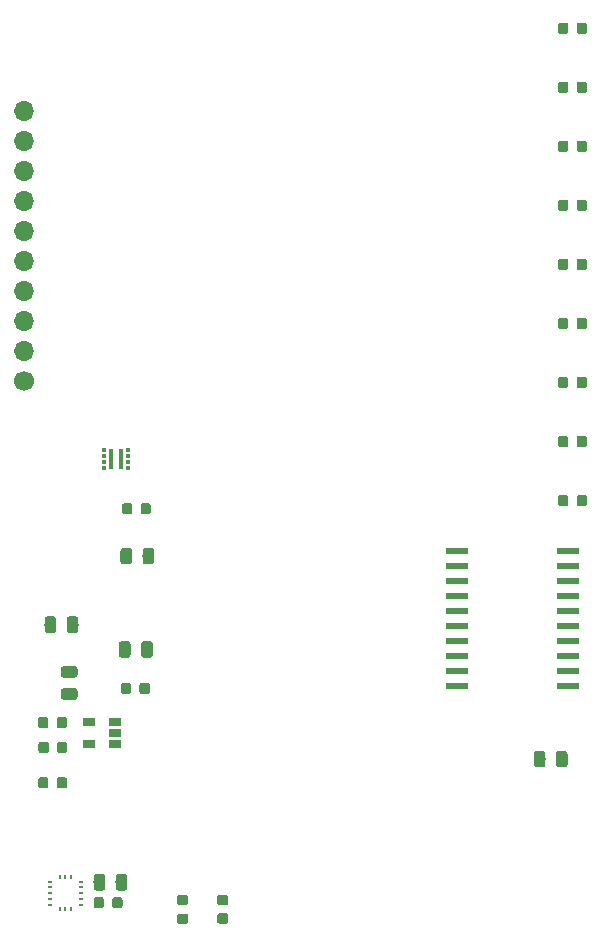
<source format=gbr>
G04 #@! TF.GenerationSoftware,KiCad,Pcbnew,(5.0.0-rc2-dev-668-g07e7340a9)*
G04 #@! TF.CreationDate,2018-10-23T00:23:44-04:00*
G04 #@! TF.ProjectId,BalancingBusinessCard,42616C616E63696E67427573696E6573,rev?*
G04 #@! TF.SameCoordinates,Original*
G04 #@! TF.FileFunction,Paste,Top*
G04 #@! TF.FilePolarity,Positive*
%FSLAX46Y46*%
G04 Gerber Fmt 4.6, Leading zero omitted, Abs format (unit mm)*
G04 Created by KiCad (PCBNEW (5.0.0-rc2-dev-668-g07e7340a9)) date 10/23/18 00:23:44*
%MOMM*%
%LPD*%
G01*
G04 APERTURE LIST*
%ADD10C,0.100000*%
%ADD11C,0.975000*%
%ADD12C,0.875000*%
%ADD13C,1.700000*%
%ADD14O,1.700000X1.700000*%
%ADD15R,1.950000X0.600000*%
%ADD16R,0.350000X1.800000*%
%ADD17R,0.450000X0.300000*%
%ADD18R,0.254000X0.355600*%
%ADD19R,0.355600X0.254000*%
%ADD20R,1.060000X0.650000*%
G04 APERTURE END LIST*
D10*
G36*
X225492642Y-121201174D02*
X225516303Y-121204684D01*
X225539507Y-121210496D01*
X225562029Y-121218554D01*
X225583653Y-121228782D01*
X225604170Y-121241079D01*
X225623383Y-121255329D01*
X225641107Y-121271393D01*
X225657171Y-121289117D01*
X225671421Y-121308330D01*
X225683718Y-121328847D01*
X225693946Y-121350471D01*
X225702004Y-121372993D01*
X225707816Y-121396197D01*
X225711326Y-121419858D01*
X225712500Y-121443750D01*
X225712500Y-122356250D01*
X225711326Y-122380142D01*
X225707816Y-122403803D01*
X225702004Y-122427007D01*
X225693946Y-122449529D01*
X225683718Y-122471153D01*
X225671421Y-122491670D01*
X225657171Y-122510883D01*
X225641107Y-122528607D01*
X225623383Y-122544671D01*
X225604170Y-122558921D01*
X225583653Y-122571218D01*
X225562029Y-122581446D01*
X225539507Y-122589504D01*
X225516303Y-122595316D01*
X225492642Y-122598826D01*
X225468750Y-122600000D01*
X224981250Y-122600000D01*
X224957358Y-122598826D01*
X224933697Y-122595316D01*
X224910493Y-122589504D01*
X224887971Y-122581446D01*
X224866347Y-122571218D01*
X224845830Y-122558921D01*
X224826617Y-122544671D01*
X224808893Y-122528607D01*
X224792829Y-122510883D01*
X224778579Y-122491670D01*
X224766282Y-122471153D01*
X224756054Y-122449529D01*
X224747996Y-122427007D01*
X224742184Y-122403803D01*
X224738674Y-122380142D01*
X224737500Y-122356250D01*
X224737500Y-121443750D01*
X224738674Y-121419858D01*
X224742184Y-121396197D01*
X224747996Y-121372993D01*
X224756054Y-121350471D01*
X224766282Y-121328847D01*
X224778579Y-121308330D01*
X224792829Y-121289117D01*
X224808893Y-121271393D01*
X224826617Y-121255329D01*
X224845830Y-121241079D01*
X224866347Y-121228782D01*
X224887971Y-121218554D01*
X224910493Y-121210496D01*
X224933697Y-121204684D01*
X224957358Y-121201174D01*
X224981250Y-121200000D01*
X225468750Y-121200000D01*
X225492642Y-121201174D01*
X225492642Y-121201174D01*
G37*
D11*
X225225000Y-121900000D03*
D10*
G36*
X227367642Y-121201174D02*
X227391303Y-121204684D01*
X227414507Y-121210496D01*
X227437029Y-121218554D01*
X227458653Y-121228782D01*
X227479170Y-121241079D01*
X227498383Y-121255329D01*
X227516107Y-121271393D01*
X227532171Y-121289117D01*
X227546421Y-121308330D01*
X227558718Y-121328847D01*
X227568946Y-121350471D01*
X227577004Y-121372993D01*
X227582816Y-121396197D01*
X227586326Y-121419858D01*
X227587500Y-121443750D01*
X227587500Y-122356250D01*
X227586326Y-122380142D01*
X227582816Y-122403803D01*
X227577004Y-122427007D01*
X227568946Y-122449529D01*
X227558718Y-122471153D01*
X227546421Y-122491670D01*
X227532171Y-122510883D01*
X227516107Y-122528607D01*
X227498383Y-122544671D01*
X227479170Y-122558921D01*
X227458653Y-122571218D01*
X227437029Y-122581446D01*
X227414507Y-122589504D01*
X227391303Y-122595316D01*
X227367642Y-122598826D01*
X227343750Y-122600000D01*
X226856250Y-122600000D01*
X226832358Y-122598826D01*
X226808697Y-122595316D01*
X226785493Y-122589504D01*
X226762971Y-122581446D01*
X226741347Y-122571218D01*
X226720830Y-122558921D01*
X226701617Y-122544671D01*
X226683893Y-122528607D01*
X226667829Y-122510883D01*
X226653579Y-122491670D01*
X226641282Y-122471153D01*
X226631054Y-122449529D01*
X226622996Y-122427007D01*
X226617184Y-122403803D01*
X226613674Y-122380142D01*
X226612500Y-122356250D01*
X226612500Y-121443750D01*
X226613674Y-121419858D01*
X226617184Y-121396197D01*
X226622996Y-121372993D01*
X226631054Y-121350471D01*
X226641282Y-121328847D01*
X226653579Y-121308330D01*
X226667829Y-121289117D01*
X226683893Y-121271393D01*
X226701617Y-121255329D01*
X226720830Y-121241079D01*
X226741347Y-121228782D01*
X226762971Y-121218554D01*
X226785493Y-121210496D01*
X226808697Y-121204684D01*
X226832358Y-121201174D01*
X226856250Y-121200000D01*
X227343750Y-121200000D01*
X227367642Y-121201174D01*
X227367642Y-121201174D01*
G37*
D11*
X227100000Y-121900000D03*
D10*
G36*
X190367642Y-111901174D02*
X190391303Y-111904684D01*
X190414507Y-111910496D01*
X190437029Y-111918554D01*
X190458653Y-111928782D01*
X190479170Y-111941079D01*
X190498383Y-111955329D01*
X190516107Y-111971393D01*
X190532171Y-111989117D01*
X190546421Y-112008330D01*
X190558718Y-112028847D01*
X190568946Y-112050471D01*
X190577004Y-112072993D01*
X190582816Y-112096197D01*
X190586326Y-112119858D01*
X190587500Y-112143750D01*
X190587500Y-113056250D01*
X190586326Y-113080142D01*
X190582816Y-113103803D01*
X190577004Y-113127007D01*
X190568946Y-113149529D01*
X190558718Y-113171153D01*
X190546421Y-113191670D01*
X190532171Y-113210883D01*
X190516107Y-113228607D01*
X190498383Y-113244671D01*
X190479170Y-113258921D01*
X190458653Y-113271218D01*
X190437029Y-113281446D01*
X190414507Y-113289504D01*
X190391303Y-113295316D01*
X190367642Y-113298826D01*
X190343750Y-113300000D01*
X189856250Y-113300000D01*
X189832358Y-113298826D01*
X189808697Y-113295316D01*
X189785493Y-113289504D01*
X189762971Y-113281446D01*
X189741347Y-113271218D01*
X189720830Y-113258921D01*
X189701617Y-113244671D01*
X189683893Y-113228607D01*
X189667829Y-113210883D01*
X189653579Y-113191670D01*
X189641282Y-113171153D01*
X189631054Y-113149529D01*
X189622996Y-113127007D01*
X189617184Y-113103803D01*
X189613674Y-113080142D01*
X189612500Y-113056250D01*
X189612500Y-112143750D01*
X189613674Y-112119858D01*
X189617184Y-112096197D01*
X189622996Y-112072993D01*
X189631054Y-112050471D01*
X189641282Y-112028847D01*
X189653579Y-112008330D01*
X189667829Y-111989117D01*
X189683893Y-111971393D01*
X189701617Y-111955329D01*
X189720830Y-111941079D01*
X189741347Y-111928782D01*
X189762971Y-111918554D01*
X189785493Y-111910496D01*
X189808697Y-111904684D01*
X189832358Y-111901174D01*
X189856250Y-111900000D01*
X190343750Y-111900000D01*
X190367642Y-111901174D01*
X190367642Y-111901174D01*
G37*
D11*
X190100000Y-112600000D03*
D10*
G36*
X192242642Y-111901174D02*
X192266303Y-111904684D01*
X192289507Y-111910496D01*
X192312029Y-111918554D01*
X192333653Y-111928782D01*
X192354170Y-111941079D01*
X192373383Y-111955329D01*
X192391107Y-111971393D01*
X192407171Y-111989117D01*
X192421421Y-112008330D01*
X192433718Y-112028847D01*
X192443946Y-112050471D01*
X192452004Y-112072993D01*
X192457816Y-112096197D01*
X192461326Y-112119858D01*
X192462500Y-112143750D01*
X192462500Y-113056250D01*
X192461326Y-113080142D01*
X192457816Y-113103803D01*
X192452004Y-113127007D01*
X192443946Y-113149529D01*
X192433718Y-113171153D01*
X192421421Y-113191670D01*
X192407171Y-113210883D01*
X192391107Y-113228607D01*
X192373383Y-113244671D01*
X192354170Y-113258921D01*
X192333653Y-113271218D01*
X192312029Y-113281446D01*
X192289507Y-113289504D01*
X192266303Y-113295316D01*
X192242642Y-113298826D01*
X192218750Y-113300000D01*
X191731250Y-113300000D01*
X191707358Y-113298826D01*
X191683697Y-113295316D01*
X191660493Y-113289504D01*
X191637971Y-113281446D01*
X191616347Y-113271218D01*
X191595830Y-113258921D01*
X191576617Y-113244671D01*
X191558893Y-113228607D01*
X191542829Y-113210883D01*
X191528579Y-113191670D01*
X191516282Y-113171153D01*
X191506054Y-113149529D01*
X191497996Y-113127007D01*
X191492184Y-113103803D01*
X191488674Y-113080142D01*
X191487500Y-113056250D01*
X191487500Y-112143750D01*
X191488674Y-112119858D01*
X191492184Y-112096197D01*
X191497996Y-112072993D01*
X191506054Y-112050471D01*
X191516282Y-112028847D01*
X191528579Y-112008330D01*
X191542829Y-111989117D01*
X191558893Y-111971393D01*
X191576617Y-111955329D01*
X191595830Y-111941079D01*
X191616347Y-111928782D01*
X191637971Y-111918554D01*
X191660493Y-111910496D01*
X191683697Y-111904684D01*
X191707358Y-111901174D01*
X191731250Y-111900000D01*
X192218750Y-111900000D01*
X192242642Y-111901174D01*
X192242642Y-111901174D01*
G37*
D11*
X191975000Y-112600000D03*
D10*
G36*
X190492642Y-104001174D02*
X190516303Y-104004684D01*
X190539507Y-104010496D01*
X190562029Y-104018554D01*
X190583653Y-104028782D01*
X190604170Y-104041079D01*
X190623383Y-104055329D01*
X190641107Y-104071393D01*
X190657171Y-104089117D01*
X190671421Y-104108330D01*
X190683718Y-104128847D01*
X190693946Y-104150471D01*
X190702004Y-104172993D01*
X190707816Y-104196197D01*
X190711326Y-104219858D01*
X190712500Y-104243750D01*
X190712500Y-105156250D01*
X190711326Y-105180142D01*
X190707816Y-105203803D01*
X190702004Y-105227007D01*
X190693946Y-105249529D01*
X190683718Y-105271153D01*
X190671421Y-105291670D01*
X190657171Y-105310883D01*
X190641107Y-105328607D01*
X190623383Y-105344671D01*
X190604170Y-105358921D01*
X190583653Y-105371218D01*
X190562029Y-105381446D01*
X190539507Y-105389504D01*
X190516303Y-105395316D01*
X190492642Y-105398826D01*
X190468750Y-105400000D01*
X189981250Y-105400000D01*
X189957358Y-105398826D01*
X189933697Y-105395316D01*
X189910493Y-105389504D01*
X189887971Y-105381446D01*
X189866347Y-105371218D01*
X189845830Y-105358921D01*
X189826617Y-105344671D01*
X189808893Y-105328607D01*
X189792829Y-105310883D01*
X189778579Y-105291670D01*
X189766282Y-105271153D01*
X189756054Y-105249529D01*
X189747996Y-105227007D01*
X189742184Y-105203803D01*
X189738674Y-105180142D01*
X189737500Y-105156250D01*
X189737500Y-104243750D01*
X189738674Y-104219858D01*
X189742184Y-104196197D01*
X189747996Y-104172993D01*
X189756054Y-104150471D01*
X189766282Y-104128847D01*
X189778579Y-104108330D01*
X189792829Y-104089117D01*
X189808893Y-104071393D01*
X189826617Y-104055329D01*
X189845830Y-104041079D01*
X189866347Y-104028782D01*
X189887971Y-104018554D01*
X189910493Y-104010496D01*
X189933697Y-104004684D01*
X189957358Y-104001174D01*
X189981250Y-104000000D01*
X190468750Y-104000000D01*
X190492642Y-104001174D01*
X190492642Y-104001174D01*
G37*
D11*
X190225000Y-104700000D03*
D10*
G36*
X192367642Y-104001174D02*
X192391303Y-104004684D01*
X192414507Y-104010496D01*
X192437029Y-104018554D01*
X192458653Y-104028782D01*
X192479170Y-104041079D01*
X192498383Y-104055329D01*
X192516107Y-104071393D01*
X192532171Y-104089117D01*
X192546421Y-104108330D01*
X192558718Y-104128847D01*
X192568946Y-104150471D01*
X192577004Y-104172993D01*
X192582816Y-104196197D01*
X192586326Y-104219858D01*
X192587500Y-104243750D01*
X192587500Y-105156250D01*
X192586326Y-105180142D01*
X192582816Y-105203803D01*
X192577004Y-105227007D01*
X192568946Y-105249529D01*
X192558718Y-105271153D01*
X192546421Y-105291670D01*
X192532171Y-105310883D01*
X192516107Y-105328607D01*
X192498383Y-105344671D01*
X192479170Y-105358921D01*
X192458653Y-105371218D01*
X192437029Y-105381446D01*
X192414507Y-105389504D01*
X192391303Y-105395316D01*
X192367642Y-105398826D01*
X192343750Y-105400000D01*
X191856250Y-105400000D01*
X191832358Y-105398826D01*
X191808697Y-105395316D01*
X191785493Y-105389504D01*
X191762971Y-105381446D01*
X191741347Y-105371218D01*
X191720830Y-105358921D01*
X191701617Y-105344671D01*
X191683893Y-105328607D01*
X191667829Y-105310883D01*
X191653579Y-105291670D01*
X191641282Y-105271153D01*
X191631054Y-105249529D01*
X191622996Y-105227007D01*
X191617184Y-105203803D01*
X191613674Y-105180142D01*
X191612500Y-105156250D01*
X191612500Y-104243750D01*
X191613674Y-104219858D01*
X191617184Y-104196197D01*
X191622996Y-104172993D01*
X191631054Y-104150471D01*
X191641282Y-104128847D01*
X191653579Y-104108330D01*
X191667829Y-104089117D01*
X191683893Y-104071393D01*
X191701617Y-104055329D01*
X191720830Y-104041079D01*
X191741347Y-104028782D01*
X191762971Y-104018554D01*
X191785493Y-104010496D01*
X191808697Y-104004684D01*
X191832358Y-104001174D01*
X191856250Y-104000000D01*
X192343750Y-104000000D01*
X192367642Y-104001174D01*
X192367642Y-104001174D01*
G37*
D11*
X192100000Y-104700000D03*
D10*
G36*
X190540191Y-100226053D02*
X190561426Y-100229203D01*
X190582250Y-100234419D01*
X190602462Y-100241651D01*
X190621868Y-100250830D01*
X190640281Y-100261866D01*
X190657524Y-100274654D01*
X190673430Y-100289070D01*
X190687846Y-100304976D01*
X190700634Y-100322219D01*
X190711670Y-100340632D01*
X190720849Y-100360038D01*
X190728081Y-100380250D01*
X190733297Y-100401074D01*
X190736447Y-100422309D01*
X190737500Y-100443750D01*
X190737500Y-100956250D01*
X190736447Y-100977691D01*
X190733297Y-100998926D01*
X190728081Y-101019750D01*
X190720849Y-101039962D01*
X190711670Y-101059368D01*
X190700634Y-101077781D01*
X190687846Y-101095024D01*
X190673430Y-101110930D01*
X190657524Y-101125346D01*
X190640281Y-101138134D01*
X190621868Y-101149170D01*
X190602462Y-101158349D01*
X190582250Y-101165581D01*
X190561426Y-101170797D01*
X190540191Y-101173947D01*
X190518750Y-101175000D01*
X190081250Y-101175000D01*
X190059809Y-101173947D01*
X190038574Y-101170797D01*
X190017750Y-101165581D01*
X189997538Y-101158349D01*
X189978132Y-101149170D01*
X189959719Y-101138134D01*
X189942476Y-101125346D01*
X189926570Y-101110930D01*
X189912154Y-101095024D01*
X189899366Y-101077781D01*
X189888330Y-101059368D01*
X189879151Y-101039962D01*
X189871919Y-101019750D01*
X189866703Y-100998926D01*
X189863553Y-100977691D01*
X189862500Y-100956250D01*
X189862500Y-100443750D01*
X189863553Y-100422309D01*
X189866703Y-100401074D01*
X189871919Y-100380250D01*
X189879151Y-100360038D01*
X189888330Y-100340632D01*
X189899366Y-100322219D01*
X189912154Y-100304976D01*
X189926570Y-100289070D01*
X189942476Y-100274654D01*
X189959719Y-100261866D01*
X189978132Y-100250830D01*
X189997538Y-100241651D01*
X190017750Y-100234419D01*
X190038574Y-100229203D01*
X190059809Y-100226053D01*
X190081250Y-100225000D01*
X190518750Y-100225000D01*
X190540191Y-100226053D01*
X190540191Y-100226053D01*
G37*
D12*
X190300000Y-100700000D03*
D10*
G36*
X192115191Y-100226053D02*
X192136426Y-100229203D01*
X192157250Y-100234419D01*
X192177462Y-100241651D01*
X192196868Y-100250830D01*
X192215281Y-100261866D01*
X192232524Y-100274654D01*
X192248430Y-100289070D01*
X192262846Y-100304976D01*
X192275634Y-100322219D01*
X192286670Y-100340632D01*
X192295849Y-100360038D01*
X192303081Y-100380250D01*
X192308297Y-100401074D01*
X192311447Y-100422309D01*
X192312500Y-100443750D01*
X192312500Y-100956250D01*
X192311447Y-100977691D01*
X192308297Y-100998926D01*
X192303081Y-101019750D01*
X192295849Y-101039962D01*
X192286670Y-101059368D01*
X192275634Y-101077781D01*
X192262846Y-101095024D01*
X192248430Y-101110930D01*
X192232524Y-101125346D01*
X192215281Y-101138134D01*
X192196868Y-101149170D01*
X192177462Y-101158349D01*
X192157250Y-101165581D01*
X192136426Y-101170797D01*
X192115191Y-101173947D01*
X192093750Y-101175000D01*
X191656250Y-101175000D01*
X191634809Y-101173947D01*
X191613574Y-101170797D01*
X191592750Y-101165581D01*
X191572538Y-101158349D01*
X191553132Y-101149170D01*
X191534719Y-101138134D01*
X191517476Y-101125346D01*
X191501570Y-101110930D01*
X191487154Y-101095024D01*
X191474366Y-101077781D01*
X191463330Y-101059368D01*
X191454151Y-101039962D01*
X191446919Y-101019750D01*
X191441703Y-100998926D01*
X191438553Y-100977691D01*
X191437500Y-100956250D01*
X191437500Y-100443750D01*
X191438553Y-100422309D01*
X191441703Y-100401074D01*
X191446919Y-100380250D01*
X191454151Y-100360038D01*
X191463330Y-100340632D01*
X191474366Y-100322219D01*
X191487154Y-100304976D01*
X191501570Y-100289070D01*
X191517476Y-100274654D01*
X191534719Y-100261866D01*
X191553132Y-100250830D01*
X191572538Y-100241651D01*
X191592750Y-100234419D01*
X191613574Y-100229203D01*
X191634809Y-100226053D01*
X191656250Y-100225000D01*
X192093750Y-100225000D01*
X192115191Y-100226053D01*
X192115191Y-100226053D01*
G37*
D12*
X191875000Y-100700000D03*
D10*
G36*
X190090143Y-131626175D02*
X190113804Y-131629685D01*
X190137008Y-131635497D01*
X190159530Y-131643555D01*
X190181154Y-131653783D01*
X190201671Y-131666080D01*
X190220884Y-131680330D01*
X190238608Y-131696394D01*
X190254672Y-131714118D01*
X190268922Y-131733331D01*
X190281219Y-131753848D01*
X190291447Y-131775472D01*
X190299505Y-131797994D01*
X190305317Y-131821198D01*
X190308827Y-131844859D01*
X190310001Y-131868751D01*
X190310001Y-132781251D01*
X190308827Y-132805143D01*
X190305317Y-132828804D01*
X190299505Y-132852008D01*
X190291447Y-132874530D01*
X190281219Y-132896154D01*
X190268922Y-132916671D01*
X190254672Y-132935884D01*
X190238608Y-132953608D01*
X190220884Y-132969672D01*
X190201671Y-132983922D01*
X190181154Y-132996219D01*
X190159530Y-133006447D01*
X190137008Y-133014505D01*
X190113804Y-133020317D01*
X190090143Y-133023827D01*
X190066251Y-133025001D01*
X189578751Y-133025001D01*
X189554859Y-133023827D01*
X189531198Y-133020317D01*
X189507994Y-133014505D01*
X189485472Y-133006447D01*
X189463848Y-132996219D01*
X189443331Y-132983922D01*
X189424118Y-132969672D01*
X189406394Y-132953608D01*
X189390330Y-132935884D01*
X189376080Y-132916671D01*
X189363783Y-132896154D01*
X189353555Y-132874530D01*
X189345497Y-132852008D01*
X189339685Y-132828804D01*
X189336175Y-132805143D01*
X189335001Y-132781251D01*
X189335001Y-131868751D01*
X189336175Y-131844859D01*
X189339685Y-131821198D01*
X189345497Y-131797994D01*
X189353555Y-131775472D01*
X189363783Y-131753848D01*
X189376080Y-131733331D01*
X189390330Y-131714118D01*
X189406394Y-131696394D01*
X189424118Y-131680330D01*
X189443331Y-131666080D01*
X189463848Y-131653783D01*
X189485472Y-131643555D01*
X189507994Y-131635497D01*
X189531198Y-131629685D01*
X189554859Y-131626175D01*
X189578751Y-131625001D01*
X190066251Y-131625001D01*
X190090143Y-131626175D01*
X190090143Y-131626175D01*
G37*
D11*
X189822501Y-132325001D03*
D10*
G36*
X188215143Y-131626175D02*
X188238804Y-131629685D01*
X188262008Y-131635497D01*
X188284530Y-131643555D01*
X188306154Y-131653783D01*
X188326671Y-131666080D01*
X188345884Y-131680330D01*
X188363608Y-131696394D01*
X188379672Y-131714118D01*
X188393922Y-131733331D01*
X188406219Y-131753848D01*
X188416447Y-131775472D01*
X188424505Y-131797994D01*
X188430317Y-131821198D01*
X188433827Y-131844859D01*
X188435001Y-131868751D01*
X188435001Y-132781251D01*
X188433827Y-132805143D01*
X188430317Y-132828804D01*
X188424505Y-132852008D01*
X188416447Y-132874530D01*
X188406219Y-132896154D01*
X188393922Y-132916671D01*
X188379672Y-132935884D01*
X188363608Y-132953608D01*
X188345884Y-132969672D01*
X188326671Y-132983922D01*
X188306154Y-132996219D01*
X188284530Y-133006447D01*
X188262008Y-133014505D01*
X188238804Y-133020317D01*
X188215143Y-133023827D01*
X188191251Y-133025001D01*
X187703751Y-133025001D01*
X187679859Y-133023827D01*
X187656198Y-133020317D01*
X187632994Y-133014505D01*
X187610472Y-133006447D01*
X187588848Y-132996219D01*
X187568331Y-132983922D01*
X187549118Y-132969672D01*
X187531394Y-132953608D01*
X187515330Y-132935884D01*
X187501080Y-132916671D01*
X187488783Y-132896154D01*
X187478555Y-132874530D01*
X187470497Y-132852008D01*
X187464685Y-132828804D01*
X187461175Y-132805143D01*
X187460001Y-132781251D01*
X187460001Y-131868751D01*
X187461175Y-131844859D01*
X187464685Y-131821198D01*
X187470497Y-131797994D01*
X187478555Y-131775472D01*
X187488783Y-131753848D01*
X187501080Y-131733331D01*
X187515330Y-131714118D01*
X187531394Y-131696394D01*
X187549118Y-131680330D01*
X187568331Y-131666080D01*
X187588848Y-131653783D01*
X187610472Y-131643555D01*
X187632994Y-131635497D01*
X187656198Y-131629685D01*
X187679859Y-131626175D01*
X187703751Y-131625001D01*
X188191251Y-131625001D01*
X188215143Y-131626175D01*
X188215143Y-131626175D01*
G37*
D11*
X187947501Y-132325001D03*
D10*
G36*
X189712692Y-133581054D02*
X189733927Y-133584204D01*
X189754751Y-133589420D01*
X189774963Y-133596652D01*
X189794369Y-133605831D01*
X189812782Y-133616867D01*
X189830025Y-133629655D01*
X189845931Y-133644071D01*
X189860347Y-133659977D01*
X189873135Y-133677220D01*
X189884171Y-133695633D01*
X189893350Y-133715039D01*
X189900582Y-133735251D01*
X189905798Y-133756075D01*
X189908948Y-133777310D01*
X189910001Y-133798751D01*
X189910001Y-134311251D01*
X189908948Y-134332692D01*
X189905798Y-134353927D01*
X189900582Y-134374751D01*
X189893350Y-134394963D01*
X189884171Y-134414369D01*
X189873135Y-134432782D01*
X189860347Y-134450025D01*
X189845931Y-134465931D01*
X189830025Y-134480347D01*
X189812782Y-134493135D01*
X189794369Y-134504171D01*
X189774963Y-134513350D01*
X189754751Y-134520582D01*
X189733927Y-134525798D01*
X189712692Y-134528948D01*
X189691251Y-134530001D01*
X189253751Y-134530001D01*
X189232310Y-134528948D01*
X189211075Y-134525798D01*
X189190251Y-134520582D01*
X189170039Y-134513350D01*
X189150633Y-134504171D01*
X189132220Y-134493135D01*
X189114977Y-134480347D01*
X189099071Y-134465931D01*
X189084655Y-134450025D01*
X189071867Y-134432782D01*
X189060831Y-134414369D01*
X189051652Y-134394963D01*
X189044420Y-134374751D01*
X189039204Y-134353927D01*
X189036054Y-134332692D01*
X189035001Y-134311251D01*
X189035001Y-133798751D01*
X189036054Y-133777310D01*
X189039204Y-133756075D01*
X189044420Y-133735251D01*
X189051652Y-133715039D01*
X189060831Y-133695633D01*
X189071867Y-133677220D01*
X189084655Y-133659977D01*
X189099071Y-133644071D01*
X189114977Y-133629655D01*
X189132220Y-133616867D01*
X189150633Y-133605831D01*
X189170039Y-133596652D01*
X189190251Y-133589420D01*
X189211075Y-133584204D01*
X189232310Y-133581054D01*
X189253751Y-133580001D01*
X189691251Y-133580001D01*
X189712692Y-133581054D01*
X189712692Y-133581054D01*
G37*
D12*
X189472501Y-134055001D03*
D10*
G36*
X188137692Y-133581054D02*
X188158927Y-133584204D01*
X188179751Y-133589420D01*
X188199963Y-133596652D01*
X188219369Y-133605831D01*
X188237782Y-133616867D01*
X188255025Y-133629655D01*
X188270931Y-133644071D01*
X188285347Y-133659977D01*
X188298135Y-133677220D01*
X188309171Y-133695633D01*
X188318350Y-133715039D01*
X188325582Y-133735251D01*
X188330798Y-133756075D01*
X188333948Y-133777310D01*
X188335001Y-133798751D01*
X188335001Y-134311251D01*
X188333948Y-134332692D01*
X188330798Y-134353927D01*
X188325582Y-134374751D01*
X188318350Y-134394963D01*
X188309171Y-134414369D01*
X188298135Y-134432782D01*
X188285347Y-134450025D01*
X188270931Y-134465931D01*
X188255025Y-134480347D01*
X188237782Y-134493135D01*
X188219369Y-134504171D01*
X188199963Y-134513350D01*
X188179751Y-134520582D01*
X188158927Y-134525798D01*
X188137692Y-134528948D01*
X188116251Y-134530001D01*
X187678751Y-134530001D01*
X187657310Y-134528948D01*
X187636075Y-134525798D01*
X187615251Y-134520582D01*
X187595039Y-134513350D01*
X187575633Y-134504171D01*
X187557220Y-134493135D01*
X187539977Y-134480347D01*
X187524071Y-134465931D01*
X187509655Y-134450025D01*
X187496867Y-134432782D01*
X187485831Y-134414369D01*
X187476652Y-134394963D01*
X187469420Y-134374751D01*
X187464204Y-134353927D01*
X187461054Y-134332692D01*
X187460001Y-134311251D01*
X187460001Y-133798751D01*
X187461054Y-133777310D01*
X187464204Y-133756075D01*
X187469420Y-133735251D01*
X187476652Y-133715039D01*
X187485831Y-133695633D01*
X187496867Y-133677220D01*
X187509655Y-133659977D01*
X187524071Y-133644071D01*
X187539977Y-133629655D01*
X187557220Y-133616867D01*
X187575633Y-133605831D01*
X187595039Y-133596652D01*
X187615251Y-133589420D01*
X187636075Y-133584204D01*
X187657310Y-133581054D01*
X187678751Y-133580001D01*
X188116251Y-133580001D01*
X188137692Y-133581054D01*
X188137692Y-133581054D01*
G37*
D12*
X187897501Y-134055001D03*
D10*
G36*
X190440191Y-115426053D02*
X190461426Y-115429203D01*
X190482250Y-115434419D01*
X190502462Y-115441651D01*
X190521868Y-115450830D01*
X190540281Y-115461866D01*
X190557524Y-115474654D01*
X190573430Y-115489070D01*
X190587846Y-115504976D01*
X190600634Y-115522219D01*
X190611670Y-115540632D01*
X190620849Y-115560038D01*
X190628081Y-115580250D01*
X190633297Y-115601074D01*
X190636447Y-115622309D01*
X190637500Y-115643750D01*
X190637500Y-116156250D01*
X190636447Y-116177691D01*
X190633297Y-116198926D01*
X190628081Y-116219750D01*
X190620849Y-116239962D01*
X190611670Y-116259368D01*
X190600634Y-116277781D01*
X190587846Y-116295024D01*
X190573430Y-116310930D01*
X190557524Y-116325346D01*
X190540281Y-116338134D01*
X190521868Y-116349170D01*
X190502462Y-116358349D01*
X190482250Y-116365581D01*
X190461426Y-116370797D01*
X190440191Y-116373947D01*
X190418750Y-116375000D01*
X189981250Y-116375000D01*
X189959809Y-116373947D01*
X189938574Y-116370797D01*
X189917750Y-116365581D01*
X189897538Y-116358349D01*
X189878132Y-116349170D01*
X189859719Y-116338134D01*
X189842476Y-116325346D01*
X189826570Y-116310930D01*
X189812154Y-116295024D01*
X189799366Y-116277781D01*
X189788330Y-116259368D01*
X189779151Y-116239962D01*
X189771919Y-116219750D01*
X189766703Y-116198926D01*
X189763553Y-116177691D01*
X189762500Y-116156250D01*
X189762500Y-115643750D01*
X189763553Y-115622309D01*
X189766703Y-115601074D01*
X189771919Y-115580250D01*
X189779151Y-115560038D01*
X189788330Y-115540632D01*
X189799366Y-115522219D01*
X189812154Y-115504976D01*
X189826570Y-115489070D01*
X189842476Y-115474654D01*
X189859719Y-115461866D01*
X189878132Y-115450830D01*
X189897538Y-115441651D01*
X189917750Y-115434419D01*
X189938574Y-115429203D01*
X189959809Y-115426053D01*
X189981250Y-115425000D01*
X190418750Y-115425000D01*
X190440191Y-115426053D01*
X190440191Y-115426053D01*
G37*
D12*
X190200000Y-115900000D03*
D10*
G36*
X192015191Y-115426053D02*
X192036426Y-115429203D01*
X192057250Y-115434419D01*
X192077462Y-115441651D01*
X192096868Y-115450830D01*
X192115281Y-115461866D01*
X192132524Y-115474654D01*
X192148430Y-115489070D01*
X192162846Y-115504976D01*
X192175634Y-115522219D01*
X192186670Y-115540632D01*
X192195849Y-115560038D01*
X192203081Y-115580250D01*
X192208297Y-115601074D01*
X192211447Y-115622309D01*
X192212500Y-115643750D01*
X192212500Y-116156250D01*
X192211447Y-116177691D01*
X192208297Y-116198926D01*
X192203081Y-116219750D01*
X192195849Y-116239962D01*
X192186670Y-116259368D01*
X192175634Y-116277781D01*
X192162846Y-116295024D01*
X192148430Y-116310930D01*
X192132524Y-116325346D01*
X192115281Y-116338134D01*
X192096868Y-116349170D01*
X192077462Y-116358349D01*
X192057250Y-116365581D01*
X192036426Y-116370797D01*
X192015191Y-116373947D01*
X191993750Y-116375000D01*
X191556250Y-116375000D01*
X191534809Y-116373947D01*
X191513574Y-116370797D01*
X191492750Y-116365581D01*
X191472538Y-116358349D01*
X191453132Y-116349170D01*
X191434719Y-116338134D01*
X191417476Y-116325346D01*
X191401570Y-116310930D01*
X191387154Y-116295024D01*
X191374366Y-116277781D01*
X191363330Y-116259368D01*
X191354151Y-116239962D01*
X191346919Y-116219750D01*
X191341703Y-116198926D01*
X191338553Y-116177691D01*
X191337500Y-116156250D01*
X191337500Y-115643750D01*
X191338553Y-115622309D01*
X191341703Y-115601074D01*
X191346919Y-115580250D01*
X191354151Y-115560038D01*
X191363330Y-115540632D01*
X191374366Y-115522219D01*
X191387154Y-115504976D01*
X191401570Y-115489070D01*
X191417476Y-115474654D01*
X191434719Y-115461866D01*
X191453132Y-115450830D01*
X191472538Y-115441651D01*
X191492750Y-115434419D01*
X191513574Y-115429203D01*
X191534809Y-115426053D01*
X191556250Y-115425000D01*
X191993750Y-115425000D01*
X192015191Y-115426053D01*
X192015191Y-115426053D01*
G37*
D12*
X191775000Y-115900000D03*
D10*
G36*
X185040191Y-120426053D02*
X185061426Y-120429203D01*
X185082250Y-120434419D01*
X185102462Y-120441651D01*
X185121868Y-120450830D01*
X185140281Y-120461866D01*
X185157524Y-120474654D01*
X185173430Y-120489070D01*
X185187846Y-120504976D01*
X185200634Y-120522219D01*
X185211670Y-120540632D01*
X185220849Y-120560038D01*
X185228081Y-120580250D01*
X185233297Y-120601074D01*
X185236447Y-120622309D01*
X185237500Y-120643750D01*
X185237500Y-121156250D01*
X185236447Y-121177691D01*
X185233297Y-121198926D01*
X185228081Y-121219750D01*
X185220849Y-121239962D01*
X185211670Y-121259368D01*
X185200634Y-121277781D01*
X185187846Y-121295024D01*
X185173430Y-121310930D01*
X185157524Y-121325346D01*
X185140281Y-121338134D01*
X185121868Y-121349170D01*
X185102462Y-121358349D01*
X185082250Y-121365581D01*
X185061426Y-121370797D01*
X185040191Y-121373947D01*
X185018750Y-121375000D01*
X184581250Y-121375000D01*
X184559809Y-121373947D01*
X184538574Y-121370797D01*
X184517750Y-121365581D01*
X184497538Y-121358349D01*
X184478132Y-121349170D01*
X184459719Y-121338134D01*
X184442476Y-121325346D01*
X184426570Y-121310930D01*
X184412154Y-121295024D01*
X184399366Y-121277781D01*
X184388330Y-121259368D01*
X184379151Y-121239962D01*
X184371919Y-121219750D01*
X184366703Y-121198926D01*
X184363553Y-121177691D01*
X184362500Y-121156250D01*
X184362500Y-120643750D01*
X184363553Y-120622309D01*
X184366703Y-120601074D01*
X184371919Y-120580250D01*
X184379151Y-120560038D01*
X184388330Y-120540632D01*
X184399366Y-120522219D01*
X184412154Y-120504976D01*
X184426570Y-120489070D01*
X184442476Y-120474654D01*
X184459719Y-120461866D01*
X184478132Y-120450830D01*
X184497538Y-120441651D01*
X184517750Y-120434419D01*
X184538574Y-120429203D01*
X184559809Y-120426053D01*
X184581250Y-120425000D01*
X185018750Y-120425000D01*
X185040191Y-120426053D01*
X185040191Y-120426053D01*
G37*
D12*
X184800000Y-120900000D03*
D10*
G36*
X183465191Y-120426053D02*
X183486426Y-120429203D01*
X183507250Y-120434419D01*
X183527462Y-120441651D01*
X183546868Y-120450830D01*
X183565281Y-120461866D01*
X183582524Y-120474654D01*
X183598430Y-120489070D01*
X183612846Y-120504976D01*
X183625634Y-120522219D01*
X183636670Y-120540632D01*
X183645849Y-120560038D01*
X183653081Y-120580250D01*
X183658297Y-120601074D01*
X183661447Y-120622309D01*
X183662500Y-120643750D01*
X183662500Y-121156250D01*
X183661447Y-121177691D01*
X183658297Y-121198926D01*
X183653081Y-121219750D01*
X183645849Y-121239962D01*
X183636670Y-121259368D01*
X183625634Y-121277781D01*
X183612846Y-121295024D01*
X183598430Y-121310930D01*
X183582524Y-121325346D01*
X183565281Y-121338134D01*
X183546868Y-121349170D01*
X183527462Y-121358349D01*
X183507250Y-121365581D01*
X183486426Y-121370797D01*
X183465191Y-121373947D01*
X183443750Y-121375000D01*
X183006250Y-121375000D01*
X182984809Y-121373947D01*
X182963574Y-121370797D01*
X182942750Y-121365581D01*
X182922538Y-121358349D01*
X182903132Y-121349170D01*
X182884719Y-121338134D01*
X182867476Y-121325346D01*
X182851570Y-121310930D01*
X182837154Y-121295024D01*
X182824366Y-121277781D01*
X182813330Y-121259368D01*
X182804151Y-121239962D01*
X182796919Y-121219750D01*
X182791703Y-121198926D01*
X182788553Y-121177691D01*
X182787500Y-121156250D01*
X182787500Y-120643750D01*
X182788553Y-120622309D01*
X182791703Y-120601074D01*
X182796919Y-120580250D01*
X182804151Y-120560038D01*
X182813330Y-120540632D01*
X182824366Y-120522219D01*
X182837154Y-120504976D01*
X182851570Y-120489070D01*
X182867476Y-120474654D01*
X182884719Y-120461866D01*
X182903132Y-120450830D01*
X182922538Y-120441651D01*
X182942750Y-120434419D01*
X182963574Y-120429203D01*
X182984809Y-120426053D01*
X183006250Y-120425000D01*
X183443750Y-120425000D01*
X183465191Y-120426053D01*
X183465191Y-120426053D01*
G37*
D12*
X183225000Y-120900000D03*
D10*
G36*
X184067642Y-109801174D02*
X184091303Y-109804684D01*
X184114507Y-109810496D01*
X184137029Y-109818554D01*
X184158653Y-109828782D01*
X184179170Y-109841079D01*
X184198383Y-109855329D01*
X184216107Y-109871393D01*
X184232171Y-109889117D01*
X184246421Y-109908330D01*
X184258718Y-109928847D01*
X184268946Y-109950471D01*
X184277004Y-109972993D01*
X184282816Y-109996197D01*
X184286326Y-110019858D01*
X184287500Y-110043750D01*
X184287500Y-110956250D01*
X184286326Y-110980142D01*
X184282816Y-111003803D01*
X184277004Y-111027007D01*
X184268946Y-111049529D01*
X184258718Y-111071153D01*
X184246421Y-111091670D01*
X184232171Y-111110883D01*
X184216107Y-111128607D01*
X184198383Y-111144671D01*
X184179170Y-111158921D01*
X184158653Y-111171218D01*
X184137029Y-111181446D01*
X184114507Y-111189504D01*
X184091303Y-111195316D01*
X184067642Y-111198826D01*
X184043750Y-111200000D01*
X183556250Y-111200000D01*
X183532358Y-111198826D01*
X183508697Y-111195316D01*
X183485493Y-111189504D01*
X183462971Y-111181446D01*
X183441347Y-111171218D01*
X183420830Y-111158921D01*
X183401617Y-111144671D01*
X183383893Y-111128607D01*
X183367829Y-111110883D01*
X183353579Y-111091670D01*
X183341282Y-111071153D01*
X183331054Y-111049529D01*
X183322996Y-111027007D01*
X183317184Y-111003803D01*
X183313674Y-110980142D01*
X183312500Y-110956250D01*
X183312500Y-110043750D01*
X183313674Y-110019858D01*
X183317184Y-109996197D01*
X183322996Y-109972993D01*
X183331054Y-109950471D01*
X183341282Y-109928847D01*
X183353579Y-109908330D01*
X183367829Y-109889117D01*
X183383893Y-109871393D01*
X183401617Y-109855329D01*
X183420830Y-109841079D01*
X183441347Y-109828782D01*
X183462971Y-109818554D01*
X183485493Y-109810496D01*
X183508697Y-109804684D01*
X183532358Y-109801174D01*
X183556250Y-109800000D01*
X184043750Y-109800000D01*
X184067642Y-109801174D01*
X184067642Y-109801174D01*
G37*
D11*
X183800000Y-110500000D03*
D10*
G36*
X185942642Y-109801174D02*
X185966303Y-109804684D01*
X185989507Y-109810496D01*
X186012029Y-109818554D01*
X186033653Y-109828782D01*
X186054170Y-109841079D01*
X186073383Y-109855329D01*
X186091107Y-109871393D01*
X186107171Y-109889117D01*
X186121421Y-109908330D01*
X186133718Y-109928847D01*
X186143946Y-109950471D01*
X186152004Y-109972993D01*
X186157816Y-109996197D01*
X186161326Y-110019858D01*
X186162500Y-110043750D01*
X186162500Y-110956250D01*
X186161326Y-110980142D01*
X186157816Y-111003803D01*
X186152004Y-111027007D01*
X186143946Y-111049529D01*
X186133718Y-111071153D01*
X186121421Y-111091670D01*
X186107171Y-111110883D01*
X186091107Y-111128607D01*
X186073383Y-111144671D01*
X186054170Y-111158921D01*
X186033653Y-111171218D01*
X186012029Y-111181446D01*
X185989507Y-111189504D01*
X185966303Y-111195316D01*
X185942642Y-111198826D01*
X185918750Y-111200000D01*
X185431250Y-111200000D01*
X185407358Y-111198826D01*
X185383697Y-111195316D01*
X185360493Y-111189504D01*
X185337971Y-111181446D01*
X185316347Y-111171218D01*
X185295830Y-111158921D01*
X185276617Y-111144671D01*
X185258893Y-111128607D01*
X185242829Y-111110883D01*
X185228579Y-111091670D01*
X185216282Y-111071153D01*
X185206054Y-111049529D01*
X185197996Y-111027007D01*
X185192184Y-111003803D01*
X185188674Y-110980142D01*
X185187500Y-110956250D01*
X185187500Y-110043750D01*
X185188674Y-110019858D01*
X185192184Y-109996197D01*
X185197996Y-109972993D01*
X185206054Y-109950471D01*
X185216282Y-109928847D01*
X185228579Y-109908330D01*
X185242829Y-109889117D01*
X185258893Y-109871393D01*
X185276617Y-109855329D01*
X185295830Y-109841079D01*
X185316347Y-109828782D01*
X185337971Y-109818554D01*
X185360493Y-109810496D01*
X185383697Y-109804684D01*
X185407358Y-109801174D01*
X185431250Y-109800000D01*
X185918750Y-109800000D01*
X185942642Y-109801174D01*
X185942642Y-109801174D01*
G37*
D11*
X185675000Y-110500000D03*
D10*
G36*
X229027691Y-59526053D02*
X229048926Y-59529203D01*
X229069750Y-59534419D01*
X229089962Y-59541651D01*
X229109368Y-59550830D01*
X229127781Y-59561866D01*
X229145024Y-59574654D01*
X229160930Y-59589070D01*
X229175346Y-59604976D01*
X229188134Y-59622219D01*
X229199170Y-59640632D01*
X229208349Y-59660038D01*
X229215581Y-59680250D01*
X229220797Y-59701074D01*
X229223947Y-59722309D01*
X229225000Y-59743750D01*
X229225000Y-60256250D01*
X229223947Y-60277691D01*
X229220797Y-60298926D01*
X229215581Y-60319750D01*
X229208349Y-60339962D01*
X229199170Y-60359368D01*
X229188134Y-60377781D01*
X229175346Y-60395024D01*
X229160930Y-60410930D01*
X229145024Y-60425346D01*
X229127781Y-60438134D01*
X229109368Y-60449170D01*
X229089962Y-60458349D01*
X229069750Y-60465581D01*
X229048926Y-60470797D01*
X229027691Y-60473947D01*
X229006250Y-60475000D01*
X228568750Y-60475000D01*
X228547309Y-60473947D01*
X228526074Y-60470797D01*
X228505250Y-60465581D01*
X228485038Y-60458349D01*
X228465632Y-60449170D01*
X228447219Y-60438134D01*
X228429976Y-60425346D01*
X228414070Y-60410930D01*
X228399654Y-60395024D01*
X228386866Y-60377781D01*
X228375830Y-60359368D01*
X228366651Y-60339962D01*
X228359419Y-60319750D01*
X228354203Y-60298926D01*
X228351053Y-60277691D01*
X228350000Y-60256250D01*
X228350000Y-59743750D01*
X228351053Y-59722309D01*
X228354203Y-59701074D01*
X228359419Y-59680250D01*
X228366651Y-59660038D01*
X228375830Y-59640632D01*
X228386866Y-59622219D01*
X228399654Y-59604976D01*
X228414070Y-59589070D01*
X228429976Y-59574654D01*
X228447219Y-59561866D01*
X228465632Y-59550830D01*
X228485038Y-59541651D01*
X228505250Y-59534419D01*
X228526074Y-59529203D01*
X228547309Y-59526053D01*
X228568750Y-59525000D01*
X229006250Y-59525000D01*
X229027691Y-59526053D01*
X229027691Y-59526053D01*
G37*
D12*
X228787500Y-60000000D03*
D10*
G36*
X227452691Y-59526053D02*
X227473926Y-59529203D01*
X227494750Y-59534419D01*
X227514962Y-59541651D01*
X227534368Y-59550830D01*
X227552781Y-59561866D01*
X227570024Y-59574654D01*
X227585930Y-59589070D01*
X227600346Y-59604976D01*
X227613134Y-59622219D01*
X227624170Y-59640632D01*
X227633349Y-59660038D01*
X227640581Y-59680250D01*
X227645797Y-59701074D01*
X227648947Y-59722309D01*
X227650000Y-59743750D01*
X227650000Y-60256250D01*
X227648947Y-60277691D01*
X227645797Y-60298926D01*
X227640581Y-60319750D01*
X227633349Y-60339962D01*
X227624170Y-60359368D01*
X227613134Y-60377781D01*
X227600346Y-60395024D01*
X227585930Y-60410930D01*
X227570024Y-60425346D01*
X227552781Y-60438134D01*
X227534368Y-60449170D01*
X227514962Y-60458349D01*
X227494750Y-60465581D01*
X227473926Y-60470797D01*
X227452691Y-60473947D01*
X227431250Y-60475000D01*
X226993750Y-60475000D01*
X226972309Y-60473947D01*
X226951074Y-60470797D01*
X226930250Y-60465581D01*
X226910038Y-60458349D01*
X226890632Y-60449170D01*
X226872219Y-60438134D01*
X226854976Y-60425346D01*
X226839070Y-60410930D01*
X226824654Y-60395024D01*
X226811866Y-60377781D01*
X226800830Y-60359368D01*
X226791651Y-60339962D01*
X226784419Y-60319750D01*
X226779203Y-60298926D01*
X226776053Y-60277691D01*
X226775000Y-60256250D01*
X226775000Y-59743750D01*
X226776053Y-59722309D01*
X226779203Y-59701074D01*
X226784419Y-59680250D01*
X226791651Y-59660038D01*
X226800830Y-59640632D01*
X226811866Y-59622219D01*
X226824654Y-59604976D01*
X226839070Y-59589070D01*
X226854976Y-59574654D01*
X226872219Y-59561866D01*
X226890632Y-59550830D01*
X226910038Y-59541651D01*
X226930250Y-59534419D01*
X226951074Y-59529203D01*
X226972309Y-59526053D01*
X226993750Y-59525000D01*
X227431250Y-59525000D01*
X227452691Y-59526053D01*
X227452691Y-59526053D01*
G37*
D12*
X227212500Y-60000000D03*
D10*
G36*
X229027691Y-64526053D02*
X229048926Y-64529203D01*
X229069750Y-64534419D01*
X229089962Y-64541651D01*
X229109368Y-64550830D01*
X229127781Y-64561866D01*
X229145024Y-64574654D01*
X229160930Y-64589070D01*
X229175346Y-64604976D01*
X229188134Y-64622219D01*
X229199170Y-64640632D01*
X229208349Y-64660038D01*
X229215581Y-64680250D01*
X229220797Y-64701074D01*
X229223947Y-64722309D01*
X229225000Y-64743750D01*
X229225000Y-65256250D01*
X229223947Y-65277691D01*
X229220797Y-65298926D01*
X229215581Y-65319750D01*
X229208349Y-65339962D01*
X229199170Y-65359368D01*
X229188134Y-65377781D01*
X229175346Y-65395024D01*
X229160930Y-65410930D01*
X229145024Y-65425346D01*
X229127781Y-65438134D01*
X229109368Y-65449170D01*
X229089962Y-65458349D01*
X229069750Y-65465581D01*
X229048926Y-65470797D01*
X229027691Y-65473947D01*
X229006250Y-65475000D01*
X228568750Y-65475000D01*
X228547309Y-65473947D01*
X228526074Y-65470797D01*
X228505250Y-65465581D01*
X228485038Y-65458349D01*
X228465632Y-65449170D01*
X228447219Y-65438134D01*
X228429976Y-65425346D01*
X228414070Y-65410930D01*
X228399654Y-65395024D01*
X228386866Y-65377781D01*
X228375830Y-65359368D01*
X228366651Y-65339962D01*
X228359419Y-65319750D01*
X228354203Y-65298926D01*
X228351053Y-65277691D01*
X228350000Y-65256250D01*
X228350000Y-64743750D01*
X228351053Y-64722309D01*
X228354203Y-64701074D01*
X228359419Y-64680250D01*
X228366651Y-64660038D01*
X228375830Y-64640632D01*
X228386866Y-64622219D01*
X228399654Y-64604976D01*
X228414070Y-64589070D01*
X228429976Y-64574654D01*
X228447219Y-64561866D01*
X228465632Y-64550830D01*
X228485038Y-64541651D01*
X228505250Y-64534419D01*
X228526074Y-64529203D01*
X228547309Y-64526053D01*
X228568750Y-64525000D01*
X229006250Y-64525000D01*
X229027691Y-64526053D01*
X229027691Y-64526053D01*
G37*
D12*
X228787500Y-65000000D03*
D10*
G36*
X227452691Y-64526053D02*
X227473926Y-64529203D01*
X227494750Y-64534419D01*
X227514962Y-64541651D01*
X227534368Y-64550830D01*
X227552781Y-64561866D01*
X227570024Y-64574654D01*
X227585930Y-64589070D01*
X227600346Y-64604976D01*
X227613134Y-64622219D01*
X227624170Y-64640632D01*
X227633349Y-64660038D01*
X227640581Y-64680250D01*
X227645797Y-64701074D01*
X227648947Y-64722309D01*
X227650000Y-64743750D01*
X227650000Y-65256250D01*
X227648947Y-65277691D01*
X227645797Y-65298926D01*
X227640581Y-65319750D01*
X227633349Y-65339962D01*
X227624170Y-65359368D01*
X227613134Y-65377781D01*
X227600346Y-65395024D01*
X227585930Y-65410930D01*
X227570024Y-65425346D01*
X227552781Y-65438134D01*
X227534368Y-65449170D01*
X227514962Y-65458349D01*
X227494750Y-65465581D01*
X227473926Y-65470797D01*
X227452691Y-65473947D01*
X227431250Y-65475000D01*
X226993750Y-65475000D01*
X226972309Y-65473947D01*
X226951074Y-65470797D01*
X226930250Y-65465581D01*
X226910038Y-65458349D01*
X226890632Y-65449170D01*
X226872219Y-65438134D01*
X226854976Y-65425346D01*
X226839070Y-65410930D01*
X226824654Y-65395024D01*
X226811866Y-65377781D01*
X226800830Y-65359368D01*
X226791651Y-65339962D01*
X226784419Y-65319750D01*
X226779203Y-65298926D01*
X226776053Y-65277691D01*
X226775000Y-65256250D01*
X226775000Y-64743750D01*
X226776053Y-64722309D01*
X226779203Y-64701074D01*
X226784419Y-64680250D01*
X226791651Y-64660038D01*
X226800830Y-64640632D01*
X226811866Y-64622219D01*
X226824654Y-64604976D01*
X226839070Y-64589070D01*
X226854976Y-64574654D01*
X226872219Y-64561866D01*
X226890632Y-64550830D01*
X226910038Y-64541651D01*
X226930250Y-64534419D01*
X226951074Y-64529203D01*
X226972309Y-64526053D01*
X226993750Y-64525000D01*
X227431250Y-64525000D01*
X227452691Y-64526053D01*
X227452691Y-64526053D01*
G37*
D12*
X227212500Y-65000000D03*
D10*
G36*
X229027691Y-69526053D02*
X229048926Y-69529203D01*
X229069750Y-69534419D01*
X229089962Y-69541651D01*
X229109368Y-69550830D01*
X229127781Y-69561866D01*
X229145024Y-69574654D01*
X229160930Y-69589070D01*
X229175346Y-69604976D01*
X229188134Y-69622219D01*
X229199170Y-69640632D01*
X229208349Y-69660038D01*
X229215581Y-69680250D01*
X229220797Y-69701074D01*
X229223947Y-69722309D01*
X229225000Y-69743750D01*
X229225000Y-70256250D01*
X229223947Y-70277691D01*
X229220797Y-70298926D01*
X229215581Y-70319750D01*
X229208349Y-70339962D01*
X229199170Y-70359368D01*
X229188134Y-70377781D01*
X229175346Y-70395024D01*
X229160930Y-70410930D01*
X229145024Y-70425346D01*
X229127781Y-70438134D01*
X229109368Y-70449170D01*
X229089962Y-70458349D01*
X229069750Y-70465581D01*
X229048926Y-70470797D01*
X229027691Y-70473947D01*
X229006250Y-70475000D01*
X228568750Y-70475000D01*
X228547309Y-70473947D01*
X228526074Y-70470797D01*
X228505250Y-70465581D01*
X228485038Y-70458349D01*
X228465632Y-70449170D01*
X228447219Y-70438134D01*
X228429976Y-70425346D01*
X228414070Y-70410930D01*
X228399654Y-70395024D01*
X228386866Y-70377781D01*
X228375830Y-70359368D01*
X228366651Y-70339962D01*
X228359419Y-70319750D01*
X228354203Y-70298926D01*
X228351053Y-70277691D01*
X228350000Y-70256250D01*
X228350000Y-69743750D01*
X228351053Y-69722309D01*
X228354203Y-69701074D01*
X228359419Y-69680250D01*
X228366651Y-69660038D01*
X228375830Y-69640632D01*
X228386866Y-69622219D01*
X228399654Y-69604976D01*
X228414070Y-69589070D01*
X228429976Y-69574654D01*
X228447219Y-69561866D01*
X228465632Y-69550830D01*
X228485038Y-69541651D01*
X228505250Y-69534419D01*
X228526074Y-69529203D01*
X228547309Y-69526053D01*
X228568750Y-69525000D01*
X229006250Y-69525000D01*
X229027691Y-69526053D01*
X229027691Y-69526053D01*
G37*
D12*
X228787500Y-70000000D03*
D10*
G36*
X227452691Y-69526053D02*
X227473926Y-69529203D01*
X227494750Y-69534419D01*
X227514962Y-69541651D01*
X227534368Y-69550830D01*
X227552781Y-69561866D01*
X227570024Y-69574654D01*
X227585930Y-69589070D01*
X227600346Y-69604976D01*
X227613134Y-69622219D01*
X227624170Y-69640632D01*
X227633349Y-69660038D01*
X227640581Y-69680250D01*
X227645797Y-69701074D01*
X227648947Y-69722309D01*
X227650000Y-69743750D01*
X227650000Y-70256250D01*
X227648947Y-70277691D01*
X227645797Y-70298926D01*
X227640581Y-70319750D01*
X227633349Y-70339962D01*
X227624170Y-70359368D01*
X227613134Y-70377781D01*
X227600346Y-70395024D01*
X227585930Y-70410930D01*
X227570024Y-70425346D01*
X227552781Y-70438134D01*
X227534368Y-70449170D01*
X227514962Y-70458349D01*
X227494750Y-70465581D01*
X227473926Y-70470797D01*
X227452691Y-70473947D01*
X227431250Y-70475000D01*
X226993750Y-70475000D01*
X226972309Y-70473947D01*
X226951074Y-70470797D01*
X226930250Y-70465581D01*
X226910038Y-70458349D01*
X226890632Y-70449170D01*
X226872219Y-70438134D01*
X226854976Y-70425346D01*
X226839070Y-70410930D01*
X226824654Y-70395024D01*
X226811866Y-70377781D01*
X226800830Y-70359368D01*
X226791651Y-70339962D01*
X226784419Y-70319750D01*
X226779203Y-70298926D01*
X226776053Y-70277691D01*
X226775000Y-70256250D01*
X226775000Y-69743750D01*
X226776053Y-69722309D01*
X226779203Y-69701074D01*
X226784419Y-69680250D01*
X226791651Y-69660038D01*
X226800830Y-69640632D01*
X226811866Y-69622219D01*
X226824654Y-69604976D01*
X226839070Y-69589070D01*
X226854976Y-69574654D01*
X226872219Y-69561866D01*
X226890632Y-69550830D01*
X226910038Y-69541651D01*
X226930250Y-69534419D01*
X226951074Y-69529203D01*
X226972309Y-69526053D01*
X226993750Y-69525000D01*
X227431250Y-69525000D01*
X227452691Y-69526053D01*
X227452691Y-69526053D01*
G37*
D12*
X227212500Y-70000000D03*
D10*
G36*
X229027691Y-74526053D02*
X229048926Y-74529203D01*
X229069750Y-74534419D01*
X229089962Y-74541651D01*
X229109368Y-74550830D01*
X229127781Y-74561866D01*
X229145024Y-74574654D01*
X229160930Y-74589070D01*
X229175346Y-74604976D01*
X229188134Y-74622219D01*
X229199170Y-74640632D01*
X229208349Y-74660038D01*
X229215581Y-74680250D01*
X229220797Y-74701074D01*
X229223947Y-74722309D01*
X229225000Y-74743750D01*
X229225000Y-75256250D01*
X229223947Y-75277691D01*
X229220797Y-75298926D01*
X229215581Y-75319750D01*
X229208349Y-75339962D01*
X229199170Y-75359368D01*
X229188134Y-75377781D01*
X229175346Y-75395024D01*
X229160930Y-75410930D01*
X229145024Y-75425346D01*
X229127781Y-75438134D01*
X229109368Y-75449170D01*
X229089962Y-75458349D01*
X229069750Y-75465581D01*
X229048926Y-75470797D01*
X229027691Y-75473947D01*
X229006250Y-75475000D01*
X228568750Y-75475000D01*
X228547309Y-75473947D01*
X228526074Y-75470797D01*
X228505250Y-75465581D01*
X228485038Y-75458349D01*
X228465632Y-75449170D01*
X228447219Y-75438134D01*
X228429976Y-75425346D01*
X228414070Y-75410930D01*
X228399654Y-75395024D01*
X228386866Y-75377781D01*
X228375830Y-75359368D01*
X228366651Y-75339962D01*
X228359419Y-75319750D01*
X228354203Y-75298926D01*
X228351053Y-75277691D01*
X228350000Y-75256250D01*
X228350000Y-74743750D01*
X228351053Y-74722309D01*
X228354203Y-74701074D01*
X228359419Y-74680250D01*
X228366651Y-74660038D01*
X228375830Y-74640632D01*
X228386866Y-74622219D01*
X228399654Y-74604976D01*
X228414070Y-74589070D01*
X228429976Y-74574654D01*
X228447219Y-74561866D01*
X228465632Y-74550830D01*
X228485038Y-74541651D01*
X228505250Y-74534419D01*
X228526074Y-74529203D01*
X228547309Y-74526053D01*
X228568750Y-74525000D01*
X229006250Y-74525000D01*
X229027691Y-74526053D01*
X229027691Y-74526053D01*
G37*
D12*
X228787500Y-75000000D03*
D10*
G36*
X227452691Y-74526053D02*
X227473926Y-74529203D01*
X227494750Y-74534419D01*
X227514962Y-74541651D01*
X227534368Y-74550830D01*
X227552781Y-74561866D01*
X227570024Y-74574654D01*
X227585930Y-74589070D01*
X227600346Y-74604976D01*
X227613134Y-74622219D01*
X227624170Y-74640632D01*
X227633349Y-74660038D01*
X227640581Y-74680250D01*
X227645797Y-74701074D01*
X227648947Y-74722309D01*
X227650000Y-74743750D01*
X227650000Y-75256250D01*
X227648947Y-75277691D01*
X227645797Y-75298926D01*
X227640581Y-75319750D01*
X227633349Y-75339962D01*
X227624170Y-75359368D01*
X227613134Y-75377781D01*
X227600346Y-75395024D01*
X227585930Y-75410930D01*
X227570024Y-75425346D01*
X227552781Y-75438134D01*
X227534368Y-75449170D01*
X227514962Y-75458349D01*
X227494750Y-75465581D01*
X227473926Y-75470797D01*
X227452691Y-75473947D01*
X227431250Y-75475000D01*
X226993750Y-75475000D01*
X226972309Y-75473947D01*
X226951074Y-75470797D01*
X226930250Y-75465581D01*
X226910038Y-75458349D01*
X226890632Y-75449170D01*
X226872219Y-75438134D01*
X226854976Y-75425346D01*
X226839070Y-75410930D01*
X226824654Y-75395024D01*
X226811866Y-75377781D01*
X226800830Y-75359368D01*
X226791651Y-75339962D01*
X226784419Y-75319750D01*
X226779203Y-75298926D01*
X226776053Y-75277691D01*
X226775000Y-75256250D01*
X226775000Y-74743750D01*
X226776053Y-74722309D01*
X226779203Y-74701074D01*
X226784419Y-74680250D01*
X226791651Y-74660038D01*
X226800830Y-74640632D01*
X226811866Y-74622219D01*
X226824654Y-74604976D01*
X226839070Y-74589070D01*
X226854976Y-74574654D01*
X226872219Y-74561866D01*
X226890632Y-74550830D01*
X226910038Y-74541651D01*
X226930250Y-74534419D01*
X226951074Y-74529203D01*
X226972309Y-74526053D01*
X226993750Y-74525000D01*
X227431250Y-74525000D01*
X227452691Y-74526053D01*
X227452691Y-74526053D01*
G37*
D12*
X227212500Y-75000000D03*
D10*
G36*
X229027691Y-79526053D02*
X229048926Y-79529203D01*
X229069750Y-79534419D01*
X229089962Y-79541651D01*
X229109368Y-79550830D01*
X229127781Y-79561866D01*
X229145024Y-79574654D01*
X229160930Y-79589070D01*
X229175346Y-79604976D01*
X229188134Y-79622219D01*
X229199170Y-79640632D01*
X229208349Y-79660038D01*
X229215581Y-79680250D01*
X229220797Y-79701074D01*
X229223947Y-79722309D01*
X229225000Y-79743750D01*
X229225000Y-80256250D01*
X229223947Y-80277691D01*
X229220797Y-80298926D01*
X229215581Y-80319750D01*
X229208349Y-80339962D01*
X229199170Y-80359368D01*
X229188134Y-80377781D01*
X229175346Y-80395024D01*
X229160930Y-80410930D01*
X229145024Y-80425346D01*
X229127781Y-80438134D01*
X229109368Y-80449170D01*
X229089962Y-80458349D01*
X229069750Y-80465581D01*
X229048926Y-80470797D01*
X229027691Y-80473947D01*
X229006250Y-80475000D01*
X228568750Y-80475000D01*
X228547309Y-80473947D01*
X228526074Y-80470797D01*
X228505250Y-80465581D01*
X228485038Y-80458349D01*
X228465632Y-80449170D01*
X228447219Y-80438134D01*
X228429976Y-80425346D01*
X228414070Y-80410930D01*
X228399654Y-80395024D01*
X228386866Y-80377781D01*
X228375830Y-80359368D01*
X228366651Y-80339962D01*
X228359419Y-80319750D01*
X228354203Y-80298926D01*
X228351053Y-80277691D01*
X228350000Y-80256250D01*
X228350000Y-79743750D01*
X228351053Y-79722309D01*
X228354203Y-79701074D01*
X228359419Y-79680250D01*
X228366651Y-79660038D01*
X228375830Y-79640632D01*
X228386866Y-79622219D01*
X228399654Y-79604976D01*
X228414070Y-79589070D01*
X228429976Y-79574654D01*
X228447219Y-79561866D01*
X228465632Y-79550830D01*
X228485038Y-79541651D01*
X228505250Y-79534419D01*
X228526074Y-79529203D01*
X228547309Y-79526053D01*
X228568750Y-79525000D01*
X229006250Y-79525000D01*
X229027691Y-79526053D01*
X229027691Y-79526053D01*
G37*
D12*
X228787500Y-80000000D03*
D10*
G36*
X227452691Y-79526053D02*
X227473926Y-79529203D01*
X227494750Y-79534419D01*
X227514962Y-79541651D01*
X227534368Y-79550830D01*
X227552781Y-79561866D01*
X227570024Y-79574654D01*
X227585930Y-79589070D01*
X227600346Y-79604976D01*
X227613134Y-79622219D01*
X227624170Y-79640632D01*
X227633349Y-79660038D01*
X227640581Y-79680250D01*
X227645797Y-79701074D01*
X227648947Y-79722309D01*
X227650000Y-79743750D01*
X227650000Y-80256250D01*
X227648947Y-80277691D01*
X227645797Y-80298926D01*
X227640581Y-80319750D01*
X227633349Y-80339962D01*
X227624170Y-80359368D01*
X227613134Y-80377781D01*
X227600346Y-80395024D01*
X227585930Y-80410930D01*
X227570024Y-80425346D01*
X227552781Y-80438134D01*
X227534368Y-80449170D01*
X227514962Y-80458349D01*
X227494750Y-80465581D01*
X227473926Y-80470797D01*
X227452691Y-80473947D01*
X227431250Y-80475000D01*
X226993750Y-80475000D01*
X226972309Y-80473947D01*
X226951074Y-80470797D01*
X226930250Y-80465581D01*
X226910038Y-80458349D01*
X226890632Y-80449170D01*
X226872219Y-80438134D01*
X226854976Y-80425346D01*
X226839070Y-80410930D01*
X226824654Y-80395024D01*
X226811866Y-80377781D01*
X226800830Y-80359368D01*
X226791651Y-80339962D01*
X226784419Y-80319750D01*
X226779203Y-80298926D01*
X226776053Y-80277691D01*
X226775000Y-80256250D01*
X226775000Y-79743750D01*
X226776053Y-79722309D01*
X226779203Y-79701074D01*
X226784419Y-79680250D01*
X226791651Y-79660038D01*
X226800830Y-79640632D01*
X226811866Y-79622219D01*
X226824654Y-79604976D01*
X226839070Y-79589070D01*
X226854976Y-79574654D01*
X226872219Y-79561866D01*
X226890632Y-79550830D01*
X226910038Y-79541651D01*
X226930250Y-79534419D01*
X226951074Y-79529203D01*
X226972309Y-79526053D01*
X226993750Y-79525000D01*
X227431250Y-79525000D01*
X227452691Y-79526053D01*
X227452691Y-79526053D01*
G37*
D12*
X227212500Y-80000000D03*
D10*
G36*
X229027691Y-84526053D02*
X229048926Y-84529203D01*
X229069750Y-84534419D01*
X229089962Y-84541651D01*
X229109368Y-84550830D01*
X229127781Y-84561866D01*
X229145024Y-84574654D01*
X229160930Y-84589070D01*
X229175346Y-84604976D01*
X229188134Y-84622219D01*
X229199170Y-84640632D01*
X229208349Y-84660038D01*
X229215581Y-84680250D01*
X229220797Y-84701074D01*
X229223947Y-84722309D01*
X229225000Y-84743750D01*
X229225000Y-85256250D01*
X229223947Y-85277691D01*
X229220797Y-85298926D01*
X229215581Y-85319750D01*
X229208349Y-85339962D01*
X229199170Y-85359368D01*
X229188134Y-85377781D01*
X229175346Y-85395024D01*
X229160930Y-85410930D01*
X229145024Y-85425346D01*
X229127781Y-85438134D01*
X229109368Y-85449170D01*
X229089962Y-85458349D01*
X229069750Y-85465581D01*
X229048926Y-85470797D01*
X229027691Y-85473947D01*
X229006250Y-85475000D01*
X228568750Y-85475000D01*
X228547309Y-85473947D01*
X228526074Y-85470797D01*
X228505250Y-85465581D01*
X228485038Y-85458349D01*
X228465632Y-85449170D01*
X228447219Y-85438134D01*
X228429976Y-85425346D01*
X228414070Y-85410930D01*
X228399654Y-85395024D01*
X228386866Y-85377781D01*
X228375830Y-85359368D01*
X228366651Y-85339962D01*
X228359419Y-85319750D01*
X228354203Y-85298926D01*
X228351053Y-85277691D01*
X228350000Y-85256250D01*
X228350000Y-84743750D01*
X228351053Y-84722309D01*
X228354203Y-84701074D01*
X228359419Y-84680250D01*
X228366651Y-84660038D01*
X228375830Y-84640632D01*
X228386866Y-84622219D01*
X228399654Y-84604976D01*
X228414070Y-84589070D01*
X228429976Y-84574654D01*
X228447219Y-84561866D01*
X228465632Y-84550830D01*
X228485038Y-84541651D01*
X228505250Y-84534419D01*
X228526074Y-84529203D01*
X228547309Y-84526053D01*
X228568750Y-84525000D01*
X229006250Y-84525000D01*
X229027691Y-84526053D01*
X229027691Y-84526053D01*
G37*
D12*
X228787500Y-85000000D03*
D10*
G36*
X227452691Y-84526053D02*
X227473926Y-84529203D01*
X227494750Y-84534419D01*
X227514962Y-84541651D01*
X227534368Y-84550830D01*
X227552781Y-84561866D01*
X227570024Y-84574654D01*
X227585930Y-84589070D01*
X227600346Y-84604976D01*
X227613134Y-84622219D01*
X227624170Y-84640632D01*
X227633349Y-84660038D01*
X227640581Y-84680250D01*
X227645797Y-84701074D01*
X227648947Y-84722309D01*
X227650000Y-84743750D01*
X227650000Y-85256250D01*
X227648947Y-85277691D01*
X227645797Y-85298926D01*
X227640581Y-85319750D01*
X227633349Y-85339962D01*
X227624170Y-85359368D01*
X227613134Y-85377781D01*
X227600346Y-85395024D01*
X227585930Y-85410930D01*
X227570024Y-85425346D01*
X227552781Y-85438134D01*
X227534368Y-85449170D01*
X227514962Y-85458349D01*
X227494750Y-85465581D01*
X227473926Y-85470797D01*
X227452691Y-85473947D01*
X227431250Y-85475000D01*
X226993750Y-85475000D01*
X226972309Y-85473947D01*
X226951074Y-85470797D01*
X226930250Y-85465581D01*
X226910038Y-85458349D01*
X226890632Y-85449170D01*
X226872219Y-85438134D01*
X226854976Y-85425346D01*
X226839070Y-85410930D01*
X226824654Y-85395024D01*
X226811866Y-85377781D01*
X226800830Y-85359368D01*
X226791651Y-85339962D01*
X226784419Y-85319750D01*
X226779203Y-85298926D01*
X226776053Y-85277691D01*
X226775000Y-85256250D01*
X226775000Y-84743750D01*
X226776053Y-84722309D01*
X226779203Y-84701074D01*
X226784419Y-84680250D01*
X226791651Y-84660038D01*
X226800830Y-84640632D01*
X226811866Y-84622219D01*
X226824654Y-84604976D01*
X226839070Y-84589070D01*
X226854976Y-84574654D01*
X226872219Y-84561866D01*
X226890632Y-84550830D01*
X226910038Y-84541651D01*
X226930250Y-84534419D01*
X226951074Y-84529203D01*
X226972309Y-84526053D01*
X226993750Y-84525000D01*
X227431250Y-84525000D01*
X227452691Y-84526053D01*
X227452691Y-84526053D01*
G37*
D12*
X227212500Y-85000000D03*
D10*
G36*
X229027691Y-89526053D02*
X229048926Y-89529203D01*
X229069750Y-89534419D01*
X229089962Y-89541651D01*
X229109368Y-89550830D01*
X229127781Y-89561866D01*
X229145024Y-89574654D01*
X229160930Y-89589070D01*
X229175346Y-89604976D01*
X229188134Y-89622219D01*
X229199170Y-89640632D01*
X229208349Y-89660038D01*
X229215581Y-89680250D01*
X229220797Y-89701074D01*
X229223947Y-89722309D01*
X229225000Y-89743750D01*
X229225000Y-90256250D01*
X229223947Y-90277691D01*
X229220797Y-90298926D01*
X229215581Y-90319750D01*
X229208349Y-90339962D01*
X229199170Y-90359368D01*
X229188134Y-90377781D01*
X229175346Y-90395024D01*
X229160930Y-90410930D01*
X229145024Y-90425346D01*
X229127781Y-90438134D01*
X229109368Y-90449170D01*
X229089962Y-90458349D01*
X229069750Y-90465581D01*
X229048926Y-90470797D01*
X229027691Y-90473947D01*
X229006250Y-90475000D01*
X228568750Y-90475000D01*
X228547309Y-90473947D01*
X228526074Y-90470797D01*
X228505250Y-90465581D01*
X228485038Y-90458349D01*
X228465632Y-90449170D01*
X228447219Y-90438134D01*
X228429976Y-90425346D01*
X228414070Y-90410930D01*
X228399654Y-90395024D01*
X228386866Y-90377781D01*
X228375830Y-90359368D01*
X228366651Y-90339962D01*
X228359419Y-90319750D01*
X228354203Y-90298926D01*
X228351053Y-90277691D01*
X228350000Y-90256250D01*
X228350000Y-89743750D01*
X228351053Y-89722309D01*
X228354203Y-89701074D01*
X228359419Y-89680250D01*
X228366651Y-89660038D01*
X228375830Y-89640632D01*
X228386866Y-89622219D01*
X228399654Y-89604976D01*
X228414070Y-89589070D01*
X228429976Y-89574654D01*
X228447219Y-89561866D01*
X228465632Y-89550830D01*
X228485038Y-89541651D01*
X228505250Y-89534419D01*
X228526074Y-89529203D01*
X228547309Y-89526053D01*
X228568750Y-89525000D01*
X229006250Y-89525000D01*
X229027691Y-89526053D01*
X229027691Y-89526053D01*
G37*
D12*
X228787500Y-90000000D03*
D10*
G36*
X227452691Y-89526053D02*
X227473926Y-89529203D01*
X227494750Y-89534419D01*
X227514962Y-89541651D01*
X227534368Y-89550830D01*
X227552781Y-89561866D01*
X227570024Y-89574654D01*
X227585930Y-89589070D01*
X227600346Y-89604976D01*
X227613134Y-89622219D01*
X227624170Y-89640632D01*
X227633349Y-89660038D01*
X227640581Y-89680250D01*
X227645797Y-89701074D01*
X227648947Y-89722309D01*
X227650000Y-89743750D01*
X227650000Y-90256250D01*
X227648947Y-90277691D01*
X227645797Y-90298926D01*
X227640581Y-90319750D01*
X227633349Y-90339962D01*
X227624170Y-90359368D01*
X227613134Y-90377781D01*
X227600346Y-90395024D01*
X227585930Y-90410930D01*
X227570024Y-90425346D01*
X227552781Y-90438134D01*
X227534368Y-90449170D01*
X227514962Y-90458349D01*
X227494750Y-90465581D01*
X227473926Y-90470797D01*
X227452691Y-90473947D01*
X227431250Y-90475000D01*
X226993750Y-90475000D01*
X226972309Y-90473947D01*
X226951074Y-90470797D01*
X226930250Y-90465581D01*
X226910038Y-90458349D01*
X226890632Y-90449170D01*
X226872219Y-90438134D01*
X226854976Y-90425346D01*
X226839070Y-90410930D01*
X226824654Y-90395024D01*
X226811866Y-90377781D01*
X226800830Y-90359368D01*
X226791651Y-90339962D01*
X226784419Y-90319750D01*
X226779203Y-90298926D01*
X226776053Y-90277691D01*
X226775000Y-90256250D01*
X226775000Y-89743750D01*
X226776053Y-89722309D01*
X226779203Y-89701074D01*
X226784419Y-89680250D01*
X226791651Y-89660038D01*
X226800830Y-89640632D01*
X226811866Y-89622219D01*
X226824654Y-89604976D01*
X226839070Y-89589070D01*
X226854976Y-89574654D01*
X226872219Y-89561866D01*
X226890632Y-89550830D01*
X226910038Y-89541651D01*
X226930250Y-89534419D01*
X226951074Y-89529203D01*
X226972309Y-89526053D01*
X226993750Y-89525000D01*
X227431250Y-89525000D01*
X227452691Y-89526053D01*
X227452691Y-89526053D01*
G37*
D12*
X227212500Y-90000000D03*
D10*
G36*
X229027691Y-94526053D02*
X229048926Y-94529203D01*
X229069750Y-94534419D01*
X229089962Y-94541651D01*
X229109368Y-94550830D01*
X229127781Y-94561866D01*
X229145024Y-94574654D01*
X229160930Y-94589070D01*
X229175346Y-94604976D01*
X229188134Y-94622219D01*
X229199170Y-94640632D01*
X229208349Y-94660038D01*
X229215581Y-94680250D01*
X229220797Y-94701074D01*
X229223947Y-94722309D01*
X229225000Y-94743750D01*
X229225000Y-95256250D01*
X229223947Y-95277691D01*
X229220797Y-95298926D01*
X229215581Y-95319750D01*
X229208349Y-95339962D01*
X229199170Y-95359368D01*
X229188134Y-95377781D01*
X229175346Y-95395024D01*
X229160930Y-95410930D01*
X229145024Y-95425346D01*
X229127781Y-95438134D01*
X229109368Y-95449170D01*
X229089962Y-95458349D01*
X229069750Y-95465581D01*
X229048926Y-95470797D01*
X229027691Y-95473947D01*
X229006250Y-95475000D01*
X228568750Y-95475000D01*
X228547309Y-95473947D01*
X228526074Y-95470797D01*
X228505250Y-95465581D01*
X228485038Y-95458349D01*
X228465632Y-95449170D01*
X228447219Y-95438134D01*
X228429976Y-95425346D01*
X228414070Y-95410930D01*
X228399654Y-95395024D01*
X228386866Y-95377781D01*
X228375830Y-95359368D01*
X228366651Y-95339962D01*
X228359419Y-95319750D01*
X228354203Y-95298926D01*
X228351053Y-95277691D01*
X228350000Y-95256250D01*
X228350000Y-94743750D01*
X228351053Y-94722309D01*
X228354203Y-94701074D01*
X228359419Y-94680250D01*
X228366651Y-94660038D01*
X228375830Y-94640632D01*
X228386866Y-94622219D01*
X228399654Y-94604976D01*
X228414070Y-94589070D01*
X228429976Y-94574654D01*
X228447219Y-94561866D01*
X228465632Y-94550830D01*
X228485038Y-94541651D01*
X228505250Y-94534419D01*
X228526074Y-94529203D01*
X228547309Y-94526053D01*
X228568750Y-94525000D01*
X229006250Y-94525000D01*
X229027691Y-94526053D01*
X229027691Y-94526053D01*
G37*
D12*
X228787500Y-95000000D03*
D10*
G36*
X227452691Y-94526053D02*
X227473926Y-94529203D01*
X227494750Y-94534419D01*
X227514962Y-94541651D01*
X227534368Y-94550830D01*
X227552781Y-94561866D01*
X227570024Y-94574654D01*
X227585930Y-94589070D01*
X227600346Y-94604976D01*
X227613134Y-94622219D01*
X227624170Y-94640632D01*
X227633349Y-94660038D01*
X227640581Y-94680250D01*
X227645797Y-94701074D01*
X227648947Y-94722309D01*
X227650000Y-94743750D01*
X227650000Y-95256250D01*
X227648947Y-95277691D01*
X227645797Y-95298926D01*
X227640581Y-95319750D01*
X227633349Y-95339962D01*
X227624170Y-95359368D01*
X227613134Y-95377781D01*
X227600346Y-95395024D01*
X227585930Y-95410930D01*
X227570024Y-95425346D01*
X227552781Y-95438134D01*
X227534368Y-95449170D01*
X227514962Y-95458349D01*
X227494750Y-95465581D01*
X227473926Y-95470797D01*
X227452691Y-95473947D01*
X227431250Y-95475000D01*
X226993750Y-95475000D01*
X226972309Y-95473947D01*
X226951074Y-95470797D01*
X226930250Y-95465581D01*
X226910038Y-95458349D01*
X226890632Y-95449170D01*
X226872219Y-95438134D01*
X226854976Y-95425346D01*
X226839070Y-95410930D01*
X226824654Y-95395024D01*
X226811866Y-95377781D01*
X226800830Y-95359368D01*
X226791651Y-95339962D01*
X226784419Y-95319750D01*
X226779203Y-95298926D01*
X226776053Y-95277691D01*
X226775000Y-95256250D01*
X226775000Y-94743750D01*
X226776053Y-94722309D01*
X226779203Y-94701074D01*
X226784419Y-94680250D01*
X226791651Y-94660038D01*
X226800830Y-94640632D01*
X226811866Y-94622219D01*
X226824654Y-94604976D01*
X226839070Y-94589070D01*
X226854976Y-94574654D01*
X226872219Y-94561866D01*
X226890632Y-94550830D01*
X226910038Y-94541651D01*
X226930250Y-94534419D01*
X226951074Y-94529203D01*
X226972309Y-94526053D01*
X226993750Y-94525000D01*
X227431250Y-94525000D01*
X227452691Y-94526053D01*
X227452691Y-94526053D01*
G37*
D12*
X227212500Y-95000000D03*
D10*
G36*
X229027691Y-99526053D02*
X229048926Y-99529203D01*
X229069750Y-99534419D01*
X229089962Y-99541651D01*
X229109368Y-99550830D01*
X229127781Y-99561866D01*
X229145024Y-99574654D01*
X229160930Y-99589070D01*
X229175346Y-99604976D01*
X229188134Y-99622219D01*
X229199170Y-99640632D01*
X229208349Y-99660038D01*
X229215581Y-99680250D01*
X229220797Y-99701074D01*
X229223947Y-99722309D01*
X229225000Y-99743750D01*
X229225000Y-100256250D01*
X229223947Y-100277691D01*
X229220797Y-100298926D01*
X229215581Y-100319750D01*
X229208349Y-100339962D01*
X229199170Y-100359368D01*
X229188134Y-100377781D01*
X229175346Y-100395024D01*
X229160930Y-100410930D01*
X229145024Y-100425346D01*
X229127781Y-100438134D01*
X229109368Y-100449170D01*
X229089962Y-100458349D01*
X229069750Y-100465581D01*
X229048926Y-100470797D01*
X229027691Y-100473947D01*
X229006250Y-100475000D01*
X228568750Y-100475000D01*
X228547309Y-100473947D01*
X228526074Y-100470797D01*
X228505250Y-100465581D01*
X228485038Y-100458349D01*
X228465632Y-100449170D01*
X228447219Y-100438134D01*
X228429976Y-100425346D01*
X228414070Y-100410930D01*
X228399654Y-100395024D01*
X228386866Y-100377781D01*
X228375830Y-100359368D01*
X228366651Y-100339962D01*
X228359419Y-100319750D01*
X228354203Y-100298926D01*
X228351053Y-100277691D01*
X228350000Y-100256250D01*
X228350000Y-99743750D01*
X228351053Y-99722309D01*
X228354203Y-99701074D01*
X228359419Y-99680250D01*
X228366651Y-99660038D01*
X228375830Y-99640632D01*
X228386866Y-99622219D01*
X228399654Y-99604976D01*
X228414070Y-99589070D01*
X228429976Y-99574654D01*
X228447219Y-99561866D01*
X228465632Y-99550830D01*
X228485038Y-99541651D01*
X228505250Y-99534419D01*
X228526074Y-99529203D01*
X228547309Y-99526053D01*
X228568750Y-99525000D01*
X229006250Y-99525000D01*
X229027691Y-99526053D01*
X229027691Y-99526053D01*
G37*
D12*
X228787500Y-100000000D03*
D10*
G36*
X227452691Y-99526053D02*
X227473926Y-99529203D01*
X227494750Y-99534419D01*
X227514962Y-99541651D01*
X227534368Y-99550830D01*
X227552781Y-99561866D01*
X227570024Y-99574654D01*
X227585930Y-99589070D01*
X227600346Y-99604976D01*
X227613134Y-99622219D01*
X227624170Y-99640632D01*
X227633349Y-99660038D01*
X227640581Y-99680250D01*
X227645797Y-99701074D01*
X227648947Y-99722309D01*
X227650000Y-99743750D01*
X227650000Y-100256250D01*
X227648947Y-100277691D01*
X227645797Y-100298926D01*
X227640581Y-100319750D01*
X227633349Y-100339962D01*
X227624170Y-100359368D01*
X227613134Y-100377781D01*
X227600346Y-100395024D01*
X227585930Y-100410930D01*
X227570024Y-100425346D01*
X227552781Y-100438134D01*
X227534368Y-100449170D01*
X227514962Y-100458349D01*
X227494750Y-100465581D01*
X227473926Y-100470797D01*
X227452691Y-100473947D01*
X227431250Y-100475000D01*
X226993750Y-100475000D01*
X226972309Y-100473947D01*
X226951074Y-100470797D01*
X226930250Y-100465581D01*
X226910038Y-100458349D01*
X226890632Y-100449170D01*
X226872219Y-100438134D01*
X226854976Y-100425346D01*
X226839070Y-100410930D01*
X226824654Y-100395024D01*
X226811866Y-100377781D01*
X226800830Y-100359368D01*
X226791651Y-100339962D01*
X226784419Y-100319750D01*
X226779203Y-100298926D01*
X226776053Y-100277691D01*
X226775000Y-100256250D01*
X226775000Y-99743750D01*
X226776053Y-99722309D01*
X226779203Y-99701074D01*
X226784419Y-99680250D01*
X226791651Y-99660038D01*
X226800830Y-99640632D01*
X226811866Y-99622219D01*
X226824654Y-99604976D01*
X226839070Y-99589070D01*
X226854976Y-99574654D01*
X226872219Y-99561866D01*
X226890632Y-99550830D01*
X226910038Y-99541651D01*
X226930250Y-99534419D01*
X226951074Y-99529203D01*
X226972309Y-99526053D01*
X226993750Y-99525000D01*
X227431250Y-99525000D01*
X227452691Y-99526053D01*
X227452691Y-99526053D01*
G37*
D12*
X227212500Y-100000000D03*
D13*
X181600000Y-89900000D03*
D14*
X181600000Y-87360000D03*
X181600000Y-84820000D03*
X181600000Y-82280000D03*
X181600000Y-79740000D03*
X181600000Y-77200000D03*
X181600000Y-74660000D03*
X181600000Y-72120000D03*
X181600000Y-69580000D03*
X181600000Y-67040000D03*
D10*
G36*
X185880142Y-114013674D02*
X185903803Y-114017184D01*
X185927007Y-114022996D01*
X185949529Y-114031054D01*
X185971153Y-114041282D01*
X185991670Y-114053579D01*
X186010883Y-114067829D01*
X186028607Y-114083893D01*
X186044671Y-114101617D01*
X186058921Y-114120830D01*
X186071218Y-114141347D01*
X186081446Y-114162971D01*
X186089504Y-114185493D01*
X186095316Y-114208697D01*
X186098826Y-114232358D01*
X186100000Y-114256250D01*
X186100000Y-114743750D01*
X186098826Y-114767642D01*
X186095316Y-114791303D01*
X186089504Y-114814507D01*
X186081446Y-114837029D01*
X186071218Y-114858653D01*
X186058921Y-114879170D01*
X186044671Y-114898383D01*
X186028607Y-114916107D01*
X186010883Y-114932171D01*
X185991670Y-114946421D01*
X185971153Y-114958718D01*
X185949529Y-114968946D01*
X185927007Y-114977004D01*
X185903803Y-114982816D01*
X185880142Y-114986326D01*
X185856250Y-114987500D01*
X184943750Y-114987500D01*
X184919858Y-114986326D01*
X184896197Y-114982816D01*
X184872993Y-114977004D01*
X184850471Y-114968946D01*
X184828847Y-114958718D01*
X184808330Y-114946421D01*
X184789117Y-114932171D01*
X184771393Y-114916107D01*
X184755329Y-114898383D01*
X184741079Y-114879170D01*
X184728782Y-114858653D01*
X184718554Y-114837029D01*
X184710496Y-114814507D01*
X184704684Y-114791303D01*
X184701174Y-114767642D01*
X184700000Y-114743750D01*
X184700000Y-114256250D01*
X184701174Y-114232358D01*
X184704684Y-114208697D01*
X184710496Y-114185493D01*
X184718554Y-114162971D01*
X184728782Y-114141347D01*
X184741079Y-114120830D01*
X184755329Y-114101617D01*
X184771393Y-114083893D01*
X184789117Y-114067829D01*
X184808330Y-114053579D01*
X184828847Y-114041282D01*
X184850471Y-114031054D01*
X184872993Y-114022996D01*
X184896197Y-114017184D01*
X184919858Y-114013674D01*
X184943750Y-114012500D01*
X185856250Y-114012500D01*
X185880142Y-114013674D01*
X185880142Y-114013674D01*
G37*
D11*
X185400000Y-114500000D03*
D10*
G36*
X185880142Y-115888674D02*
X185903803Y-115892184D01*
X185927007Y-115897996D01*
X185949529Y-115906054D01*
X185971153Y-115916282D01*
X185991670Y-115928579D01*
X186010883Y-115942829D01*
X186028607Y-115958893D01*
X186044671Y-115976617D01*
X186058921Y-115995830D01*
X186071218Y-116016347D01*
X186081446Y-116037971D01*
X186089504Y-116060493D01*
X186095316Y-116083697D01*
X186098826Y-116107358D01*
X186100000Y-116131250D01*
X186100000Y-116618750D01*
X186098826Y-116642642D01*
X186095316Y-116666303D01*
X186089504Y-116689507D01*
X186081446Y-116712029D01*
X186071218Y-116733653D01*
X186058921Y-116754170D01*
X186044671Y-116773383D01*
X186028607Y-116791107D01*
X186010883Y-116807171D01*
X185991670Y-116821421D01*
X185971153Y-116833718D01*
X185949529Y-116843946D01*
X185927007Y-116852004D01*
X185903803Y-116857816D01*
X185880142Y-116861326D01*
X185856250Y-116862500D01*
X184943750Y-116862500D01*
X184919858Y-116861326D01*
X184896197Y-116857816D01*
X184872993Y-116852004D01*
X184850471Y-116843946D01*
X184828847Y-116833718D01*
X184808330Y-116821421D01*
X184789117Y-116807171D01*
X184771393Y-116791107D01*
X184755329Y-116773383D01*
X184741079Y-116754170D01*
X184728782Y-116733653D01*
X184718554Y-116712029D01*
X184710496Y-116689507D01*
X184704684Y-116666303D01*
X184701174Y-116642642D01*
X184700000Y-116618750D01*
X184700000Y-116131250D01*
X184701174Y-116107358D01*
X184704684Y-116083697D01*
X184710496Y-116060493D01*
X184718554Y-116037971D01*
X184728782Y-116016347D01*
X184741079Y-115995830D01*
X184755329Y-115976617D01*
X184771393Y-115958893D01*
X184789117Y-115942829D01*
X184808330Y-115928579D01*
X184828847Y-115916282D01*
X184850471Y-115906054D01*
X184872993Y-115897996D01*
X184896197Y-115892184D01*
X184919858Y-115888674D01*
X184943750Y-115887500D01*
X185856250Y-115887500D01*
X185880142Y-115888674D01*
X185880142Y-115888674D01*
G37*
D11*
X185400000Y-116375000D03*
D10*
G36*
X198677691Y-134951053D02*
X198698926Y-134954203D01*
X198719750Y-134959419D01*
X198739962Y-134966651D01*
X198759368Y-134975830D01*
X198777781Y-134986866D01*
X198795024Y-134999654D01*
X198810930Y-135014070D01*
X198825346Y-135029976D01*
X198838134Y-135047219D01*
X198849170Y-135065632D01*
X198858349Y-135085038D01*
X198865581Y-135105250D01*
X198870797Y-135126074D01*
X198873947Y-135147309D01*
X198875000Y-135168750D01*
X198875000Y-135606250D01*
X198873947Y-135627691D01*
X198870797Y-135648926D01*
X198865581Y-135669750D01*
X198858349Y-135689962D01*
X198849170Y-135709368D01*
X198838134Y-135727781D01*
X198825346Y-135745024D01*
X198810930Y-135760930D01*
X198795024Y-135775346D01*
X198777781Y-135788134D01*
X198759368Y-135799170D01*
X198739962Y-135808349D01*
X198719750Y-135815581D01*
X198698926Y-135820797D01*
X198677691Y-135823947D01*
X198656250Y-135825000D01*
X198143750Y-135825000D01*
X198122309Y-135823947D01*
X198101074Y-135820797D01*
X198080250Y-135815581D01*
X198060038Y-135808349D01*
X198040632Y-135799170D01*
X198022219Y-135788134D01*
X198004976Y-135775346D01*
X197989070Y-135760930D01*
X197974654Y-135745024D01*
X197961866Y-135727781D01*
X197950830Y-135709368D01*
X197941651Y-135689962D01*
X197934419Y-135669750D01*
X197929203Y-135648926D01*
X197926053Y-135627691D01*
X197925000Y-135606250D01*
X197925000Y-135168750D01*
X197926053Y-135147309D01*
X197929203Y-135126074D01*
X197934419Y-135105250D01*
X197941651Y-135085038D01*
X197950830Y-135065632D01*
X197961866Y-135047219D01*
X197974654Y-135029976D01*
X197989070Y-135014070D01*
X198004976Y-134999654D01*
X198022219Y-134986866D01*
X198040632Y-134975830D01*
X198060038Y-134966651D01*
X198080250Y-134959419D01*
X198101074Y-134954203D01*
X198122309Y-134951053D01*
X198143750Y-134950000D01*
X198656250Y-134950000D01*
X198677691Y-134951053D01*
X198677691Y-134951053D01*
G37*
D12*
X198400000Y-135387500D03*
D10*
G36*
X198677691Y-133376053D02*
X198698926Y-133379203D01*
X198719750Y-133384419D01*
X198739962Y-133391651D01*
X198759368Y-133400830D01*
X198777781Y-133411866D01*
X198795024Y-133424654D01*
X198810930Y-133439070D01*
X198825346Y-133454976D01*
X198838134Y-133472219D01*
X198849170Y-133490632D01*
X198858349Y-133510038D01*
X198865581Y-133530250D01*
X198870797Y-133551074D01*
X198873947Y-133572309D01*
X198875000Y-133593750D01*
X198875000Y-134031250D01*
X198873947Y-134052691D01*
X198870797Y-134073926D01*
X198865581Y-134094750D01*
X198858349Y-134114962D01*
X198849170Y-134134368D01*
X198838134Y-134152781D01*
X198825346Y-134170024D01*
X198810930Y-134185930D01*
X198795024Y-134200346D01*
X198777781Y-134213134D01*
X198759368Y-134224170D01*
X198739962Y-134233349D01*
X198719750Y-134240581D01*
X198698926Y-134245797D01*
X198677691Y-134248947D01*
X198656250Y-134250000D01*
X198143750Y-134250000D01*
X198122309Y-134248947D01*
X198101074Y-134245797D01*
X198080250Y-134240581D01*
X198060038Y-134233349D01*
X198040632Y-134224170D01*
X198022219Y-134213134D01*
X198004976Y-134200346D01*
X197989070Y-134185930D01*
X197974654Y-134170024D01*
X197961866Y-134152781D01*
X197950830Y-134134368D01*
X197941651Y-134114962D01*
X197934419Y-134094750D01*
X197929203Y-134073926D01*
X197926053Y-134052691D01*
X197925000Y-134031250D01*
X197925000Y-133593750D01*
X197926053Y-133572309D01*
X197929203Y-133551074D01*
X197934419Y-133530250D01*
X197941651Y-133510038D01*
X197950830Y-133490632D01*
X197961866Y-133472219D01*
X197974654Y-133454976D01*
X197989070Y-133439070D01*
X198004976Y-133424654D01*
X198022219Y-133411866D01*
X198040632Y-133400830D01*
X198060038Y-133391651D01*
X198080250Y-133384419D01*
X198101074Y-133379203D01*
X198122309Y-133376053D01*
X198143750Y-133375000D01*
X198656250Y-133375000D01*
X198677691Y-133376053D01*
X198677691Y-133376053D01*
G37*
D12*
X198400000Y-133812500D03*
D10*
G36*
X195277691Y-134963553D02*
X195298926Y-134966703D01*
X195319750Y-134971919D01*
X195339962Y-134979151D01*
X195359368Y-134988330D01*
X195377781Y-134999366D01*
X195395024Y-135012154D01*
X195410930Y-135026570D01*
X195425346Y-135042476D01*
X195438134Y-135059719D01*
X195449170Y-135078132D01*
X195458349Y-135097538D01*
X195465581Y-135117750D01*
X195470797Y-135138574D01*
X195473947Y-135159809D01*
X195475000Y-135181250D01*
X195475000Y-135618750D01*
X195473947Y-135640191D01*
X195470797Y-135661426D01*
X195465581Y-135682250D01*
X195458349Y-135702462D01*
X195449170Y-135721868D01*
X195438134Y-135740281D01*
X195425346Y-135757524D01*
X195410930Y-135773430D01*
X195395024Y-135787846D01*
X195377781Y-135800634D01*
X195359368Y-135811670D01*
X195339962Y-135820849D01*
X195319750Y-135828081D01*
X195298926Y-135833297D01*
X195277691Y-135836447D01*
X195256250Y-135837500D01*
X194743750Y-135837500D01*
X194722309Y-135836447D01*
X194701074Y-135833297D01*
X194680250Y-135828081D01*
X194660038Y-135820849D01*
X194640632Y-135811670D01*
X194622219Y-135800634D01*
X194604976Y-135787846D01*
X194589070Y-135773430D01*
X194574654Y-135757524D01*
X194561866Y-135740281D01*
X194550830Y-135721868D01*
X194541651Y-135702462D01*
X194534419Y-135682250D01*
X194529203Y-135661426D01*
X194526053Y-135640191D01*
X194525000Y-135618750D01*
X194525000Y-135181250D01*
X194526053Y-135159809D01*
X194529203Y-135138574D01*
X194534419Y-135117750D01*
X194541651Y-135097538D01*
X194550830Y-135078132D01*
X194561866Y-135059719D01*
X194574654Y-135042476D01*
X194589070Y-135026570D01*
X194604976Y-135012154D01*
X194622219Y-134999366D01*
X194640632Y-134988330D01*
X194660038Y-134979151D01*
X194680250Y-134971919D01*
X194701074Y-134966703D01*
X194722309Y-134963553D01*
X194743750Y-134962500D01*
X195256250Y-134962500D01*
X195277691Y-134963553D01*
X195277691Y-134963553D01*
G37*
D12*
X195000000Y-135400000D03*
D10*
G36*
X195277691Y-133388553D02*
X195298926Y-133391703D01*
X195319750Y-133396919D01*
X195339962Y-133404151D01*
X195359368Y-133413330D01*
X195377781Y-133424366D01*
X195395024Y-133437154D01*
X195410930Y-133451570D01*
X195425346Y-133467476D01*
X195438134Y-133484719D01*
X195449170Y-133503132D01*
X195458349Y-133522538D01*
X195465581Y-133542750D01*
X195470797Y-133563574D01*
X195473947Y-133584809D01*
X195475000Y-133606250D01*
X195475000Y-134043750D01*
X195473947Y-134065191D01*
X195470797Y-134086426D01*
X195465581Y-134107250D01*
X195458349Y-134127462D01*
X195449170Y-134146868D01*
X195438134Y-134165281D01*
X195425346Y-134182524D01*
X195410930Y-134198430D01*
X195395024Y-134212846D01*
X195377781Y-134225634D01*
X195359368Y-134236670D01*
X195339962Y-134245849D01*
X195319750Y-134253081D01*
X195298926Y-134258297D01*
X195277691Y-134261447D01*
X195256250Y-134262500D01*
X194743750Y-134262500D01*
X194722309Y-134261447D01*
X194701074Y-134258297D01*
X194680250Y-134253081D01*
X194660038Y-134245849D01*
X194640632Y-134236670D01*
X194622219Y-134225634D01*
X194604976Y-134212846D01*
X194589070Y-134198430D01*
X194574654Y-134182524D01*
X194561866Y-134165281D01*
X194550830Y-134146868D01*
X194541651Y-134127462D01*
X194534419Y-134107250D01*
X194529203Y-134086426D01*
X194526053Y-134065191D01*
X194525000Y-134043750D01*
X194525000Y-133606250D01*
X194526053Y-133584809D01*
X194529203Y-133563574D01*
X194534419Y-133542750D01*
X194541651Y-133522538D01*
X194550830Y-133503132D01*
X194561866Y-133484719D01*
X194574654Y-133467476D01*
X194589070Y-133451570D01*
X194604976Y-133437154D01*
X194622219Y-133424366D01*
X194640632Y-133413330D01*
X194660038Y-133404151D01*
X194680250Y-133396919D01*
X194701074Y-133391703D01*
X194722309Y-133388553D01*
X194743750Y-133387500D01*
X195256250Y-133387500D01*
X195277691Y-133388553D01*
X195277691Y-133388553D01*
G37*
D12*
X195000000Y-133825000D03*
D10*
G36*
X185015191Y-123426053D02*
X185036426Y-123429203D01*
X185057250Y-123434419D01*
X185077462Y-123441651D01*
X185096868Y-123450830D01*
X185115281Y-123461866D01*
X185132524Y-123474654D01*
X185148430Y-123489070D01*
X185162846Y-123504976D01*
X185175634Y-123522219D01*
X185186670Y-123540632D01*
X185195849Y-123560038D01*
X185203081Y-123580250D01*
X185208297Y-123601074D01*
X185211447Y-123622309D01*
X185212500Y-123643750D01*
X185212500Y-124156250D01*
X185211447Y-124177691D01*
X185208297Y-124198926D01*
X185203081Y-124219750D01*
X185195849Y-124239962D01*
X185186670Y-124259368D01*
X185175634Y-124277781D01*
X185162846Y-124295024D01*
X185148430Y-124310930D01*
X185132524Y-124325346D01*
X185115281Y-124338134D01*
X185096868Y-124349170D01*
X185077462Y-124358349D01*
X185057250Y-124365581D01*
X185036426Y-124370797D01*
X185015191Y-124373947D01*
X184993750Y-124375000D01*
X184556250Y-124375000D01*
X184534809Y-124373947D01*
X184513574Y-124370797D01*
X184492750Y-124365581D01*
X184472538Y-124358349D01*
X184453132Y-124349170D01*
X184434719Y-124338134D01*
X184417476Y-124325346D01*
X184401570Y-124310930D01*
X184387154Y-124295024D01*
X184374366Y-124277781D01*
X184363330Y-124259368D01*
X184354151Y-124239962D01*
X184346919Y-124219750D01*
X184341703Y-124198926D01*
X184338553Y-124177691D01*
X184337500Y-124156250D01*
X184337500Y-123643750D01*
X184338553Y-123622309D01*
X184341703Y-123601074D01*
X184346919Y-123580250D01*
X184354151Y-123560038D01*
X184363330Y-123540632D01*
X184374366Y-123522219D01*
X184387154Y-123504976D01*
X184401570Y-123489070D01*
X184417476Y-123474654D01*
X184434719Y-123461866D01*
X184453132Y-123450830D01*
X184472538Y-123441651D01*
X184492750Y-123434419D01*
X184513574Y-123429203D01*
X184534809Y-123426053D01*
X184556250Y-123425000D01*
X184993750Y-123425000D01*
X185015191Y-123426053D01*
X185015191Y-123426053D01*
G37*
D12*
X184775000Y-123900000D03*
D10*
G36*
X183440191Y-123426053D02*
X183461426Y-123429203D01*
X183482250Y-123434419D01*
X183502462Y-123441651D01*
X183521868Y-123450830D01*
X183540281Y-123461866D01*
X183557524Y-123474654D01*
X183573430Y-123489070D01*
X183587846Y-123504976D01*
X183600634Y-123522219D01*
X183611670Y-123540632D01*
X183620849Y-123560038D01*
X183628081Y-123580250D01*
X183633297Y-123601074D01*
X183636447Y-123622309D01*
X183637500Y-123643750D01*
X183637500Y-124156250D01*
X183636447Y-124177691D01*
X183633297Y-124198926D01*
X183628081Y-124219750D01*
X183620849Y-124239962D01*
X183611670Y-124259368D01*
X183600634Y-124277781D01*
X183587846Y-124295024D01*
X183573430Y-124310930D01*
X183557524Y-124325346D01*
X183540281Y-124338134D01*
X183521868Y-124349170D01*
X183502462Y-124358349D01*
X183482250Y-124365581D01*
X183461426Y-124370797D01*
X183440191Y-124373947D01*
X183418750Y-124375000D01*
X182981250Y-124375000D01*
X182959809Y-124373947D01*
X182938574Y-124370797D01*
X182917750Y-124365581D01*
X182897538Y-124358349D01*
X182878132Y-124349170D01*
X182859719Y-124338134D01*
X182842476Y-124325346D01*
X182826570Y-124310930D01*
X182812154Y-124295024D01*
X182799366Y-124277781D01*
X182788330Y-124259368D01*
X182779151Y-124239962D01*
X182771919Y-124219750D01*
X182766703Y-124198926D01*
X182763553Y-124177691D01*
X182762500Y-124156250D01*
X182762500Y-123643750D01*
X182763553Y-123622309D01*
X182766703Y-123601074D01*
X182771919Y-123580250D01*
X182779151Y-123560038D01*
X182788330Y-123540632D01*
X182799366Y-123522219D01*
X182812154Y-123504976D01*
X182826570Y-123489070D01*
X182842476Y-123474654D01*
X182859719Y-123461866D01*
X182878132Y-123450830D01*
X182897538Y-123441651D01*
X182917750Y-123434419D01*
X182938574Y-123429203D01*
X182959809Y-123426053D01*
X182981250Y-123425000D01*
X183418750Y-123425000D01*
X183440191Y-123426053D01*
X183440191Y-123426053D01*
G37*
D12*
X183200000Y-123900000D03*
D10*
G36*
X183440191Y-118326053D02*
X183461426Y-118329203D01*
X183482250Y-118334419D01*
X183502462Y-118341651D01*
X183521868Y-118350830D01*
X183540281Y-118361866D01*
X183557524Y-118374654D01*
X183573430Y-118389070D01*
X183587846Y-118404976D01*
X183600634Y-118422219D01*
X183611670Y-118440632D01*
X183620849Y-118460038D01*
X183628081Y-118480250D01*
X183633297Y-118501074D01*
X183636447Y-118522309D01*
X183637500Y-118543750D01*
X183637500Y-119056250D01*
X183636447Y-119077691D01*
X183633297Y-119098926D01*
X183628081Y-119119750D01*
X183620849Y-119139962D01*
X183611670Y-119159368D01*
X183600634Y-119177781D01*
X183587846Y-119195024D01*
X183573430Y-119210930D01*
X183557524Y-119225346D01*
X183540281Y-119238134D01*
X183521868Y-119249170D01*
X183502462Y-119258349D01*
X183482250Y-119265581D01*
X183461426Y-119270797D01*
X183440191Y-119273947D01*
X183418750Y-119275000D01*
X182981250Y-119275000D01*
X182959809Y-119273947D01*
X182938574Y-119270797D01*
X182917750Y-119265581D01*
X182897538Y-119258349D01*
X182878132Y-119249170D01*
X182859719Y-119238134D01*
X182842476Y-119225346D01*
X182826570Y-119210930D01*
X182812154Y-119195024D01*
X182799366Y-119177781D01*
X182788330Y-119159368D01*
X182779151Y-119139962D01*
X182771919Y-119119750D01*
X182766703Y-119098926D01*
X182763553Y-119077691D01*
X182762500Y-119056250D01*
X182762500Y-118543750D01*
X182763553Y-118522309D01*
X182766703Y-118501074D01*
X182771919Y-118480250D01*
X182779151Y-118460038D01*
X182788330Y-118440632D01*
X182799366Y-118422219D01*
X182812154Y-118404976D01*
X182826570Y-118389070D01*
X182842476Y-118374654D01*
X182859719Y-118361866D01*
X182878132Y-118350830D01*
X182897538Y-118341651D01*
X182917750Y-118334419D01*
X182938574Y-118329203D01*
X182959809Y-118326053D01*
X182981250Y-118325000D01*
X183418750Y-118325000D01*
X183440191Y-118326053D01*
X183440191Y-118326053D01*
G37*
D12*
X183200000Y-118800000D03*
D10*
G36*
X185015191Y-118326053D02*
X185036426Y-118329203D01*
X185057250Y-118334419D01*
X185077462Y-118341651D01*
X185096868Y-118350830D01*
X185115281Y-118361866D01*
X185132524Y-118374654D01*
X185148430Y-118389070D01*
X185162846Y-118404976D01*
X185175634Y-118422219D01*
X185186670Y-118440632D01*
X185195849Y-118460038D01*
X185203081Y-118480250D01*
X185208297Y-118501074D01*
X185211447Y-118522309D01*
X185212500Y-118543750D01*
X185212500Y-119056250D01*
X185211447Y-119077691D01*
X185208297Y-119098926D01*
X185203081Y-119119750D01*
X185195849Y-119139962D01*
X185186670Y-119159368D01*
X185175634Y-119177781D01*
X185162846Y-119195024D01*
X185148430Y-119210930D01*
X185132524Y-119225346D01*
X185115281Y-119238134D01*
X185096868Y-119249170D01*
X185077462Y-119258349D01*
X185057250Y-119265581D01*
X185036426Y-119270797D01*
X185015191Y-119273947D01*
X184993750Y-119275000D01*
X184556250Y-119275000D01*
X184534809Y-119273947D01*
X184513574Y-119270797D01*
X184492750Y-119265581D01*
X184472538Y-119258349D01*
X184453132Y-119249170D01*
X184434719Y-119238134D01*
X184417476Y-119225346D01*
X184401570Y-119210930D01*
X184387154Y-119195024D01*
X184374366Y-119177781D01*
X184363330Y-119159368D01*
X184354151Y-119139962D01*
X184346919Y-119119750D01*
X184341703Y-119098926D01*
X184338553Y-119077691D01*
X184337500Y-119056250D01*
X184337500Y-118543750D01*
X184338553Y-118522309D01*
X184341703Y-118501074D01*
X184346919Y-118480250D01*
X184354151Y-118460038D01*
X184363330Y-118440632D01*
X184374366Y-118422219D01*
X184387154Y-118404976D01*
X184401570Y-118389070D01*
X184417476Y-118374654D01*
X184434719Y-118361866D01*
X184453132Y-118350830D01*
X184472538Y-118341651D01*
X184492750Y-118334419D01*
X184513574Y-118329203D01*
X184534809Y-118326053D01*
X184556250Y-118325000D01*
X184993750Y-118325000D01*
X185015191Y-118326053D01*
X185015191Y-118326053D01*
G37*
D12*
X184775000Y-118800000D03*
D15*
X227600000Y-104285000D03*
X227600000Y-105555000D03*
X227600000Y-106825000D03*
X227600000Y-108095000D03*
X227600000Y-109365000D03*
X227600000Y-110635000D03*
X227600000Y-111905000D03*
X227600000Y-113175000D03*
X227600000Y-114445000D03*
X227600000Y-115715000D03*
X218200000Y-115715000D03*
X218200000Y-114445000D03*
X218200000Y-113175000D03*
X218200000Y-111905000D03*
X218200000Y-110635000D03*
X218200000Y-109365000D03*
X218200000Y-108095000D03*
X218200000Y-106825000D03*
X218200000Y-105555000D03*
X218200000Y-104285000D03*
D16*
X189800000Y-96500000D03*
X188950000Y-96500000D03*
D17*
X188350000Y-95750000D03*
X188350000Y-96250000D03*
X188350000Y-96750000D03*
X188350000Y-97250000D03*
X190400000Y-97250000D03*
X190400000Y-96750000D03*
X190400000Y-96250000D03*
X190400000Y-95750000D03*
D18*
X184575002Y-131908801D03*
X185075001Y-131908801D03*
X185575000Y-131908801D03*
D19*
X186421201Y-132255000D03*
X186421201Y-132755002D03*
X186421201Y-133255001D03*
X186421201Y-133755000D03*
X186421201Y-134255002D03*
D18*
X185575000Y-134601201D03*
X185075001Y-134601201D03*
X184575002Y-134601201D03*
D19*
X183728801Y-134255002D03*
X183728801Y-133755000D03*
X183728801Y-133255001D03*
X183728801Y-132755002D03*
X183728801Y-132255000D03*
D20*
X187100000Y-120650000D03*
X187100000Y-118750000D03*
X189300000Y-118750000D03*
X189300000Y-119700000D03*
X189300000Y-120650000D03*
M02*

</source>
